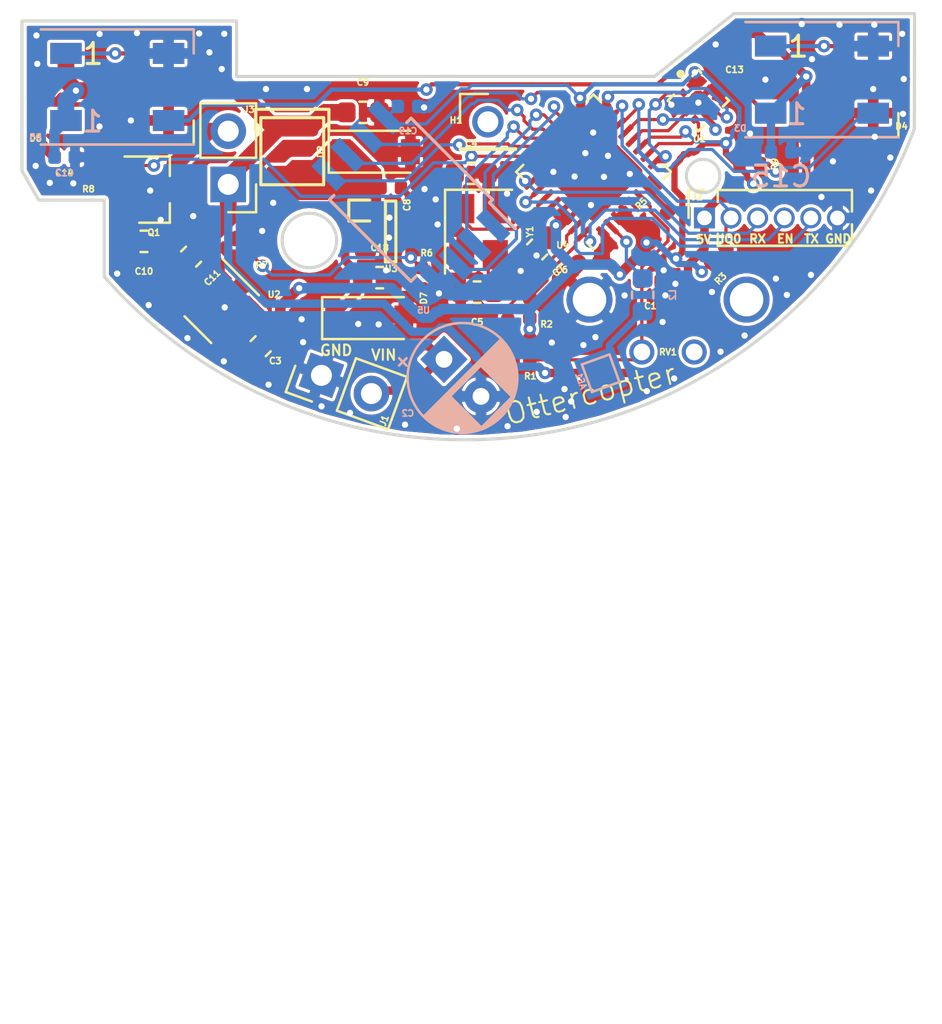
<source format=kicad_pcb>
(kicad_pcb (version 20171130) (host pcbnew 5.0.1-33cea8e~68~ubuntu18.04.1)
  (layers (0 F.Cu signal) (31 B.Cu signal) (34 B.Paste user hide) (35 F.Paste user hide) (36 B.SilkS user hide) (37 F.SilkS user hide) (38 B.Mask user hide) (39 F.Mask user hide) (44 Edge.Cuts user hide))
  (net 0 "")
  (net 1 GNDD)
  (net 2 "Net-(C8-Pad2)")
  (net 3 "Net-(R6-Pad1)")
  (net 4 "Net-(U3-Pad3)")
  (net 5 VPP)
  (net 6 "Net-(C8-Pad1)")
  (net 7 +5V)
  (net 8 "Net-(C4-Pad1)")
  (net 9 "Net-(C5-Pad1)")
  (net 10 WS2812)
  (net 11 +3V3)
  (net 12 PWM)
  (net 13 "Net-(R5-Pad2)")
  (net 14 "Net-(R4-Pad2)")
  (net 15 GPIO0)
  (net 16 ADC)
  (net 17 "Net-(U2-Pad4)")
  (net 18 "Net-(J3-Pad2)")
  (net 19 "Net-(U4-Pad20)")
  (net 20 "Net-(U4-Pad22)")
  (net 21 "Net-(U4-Pad19)")
  (net 22 "Net-(U4-Pad23)")
  (net 23 "Net-(U4-Pad21)")
  (net 24 "Net-(U4-Pad18)")
  (net 25 "Net-(U4-Pad8)")
  (net 26 CLK)
  (net 27 MISO)
  (net 28 MOSI)
  (net 29 CS)
  (net 30 INT)
  (net 31 RXD)
  (net 32 TXD)
  (net 33 "Net-(D3-Pad2)")
  (net 34 "Net-(D4-Pad2)")
  (net 35 "Net-(D5-Pad2)")
  (net 36 "Net-(D6-Pad2)")
  (net 37 "Net-(J2-Pad4)")
  (net 38 "Net-(AE1-Pad1)")
  (net 39 "Net-(U4-Pad5)")
  (net 40 "Net-(L2-Pad2)")
  (module BMP388:PQFN50P200X200X80-10N (layer F.Cu) (at 102.35 108.8 315)
    (fp_text reference U1 (at 1.325825 1.255115) (layer F.SilkS) (effects (font (size 0.3 0.3) (thickness 0.075))))
    (fp_text value BMP388 hide)
    (pad 1 smd rect (at -0.765 -0.25 45) (size 0.3 0.35) (layers F.Cu F.Paste F.Mask) (net 11 +3V3))
    (pad 2 smd rect (at -0.765 0.25 45) (size 0.3 0.35) (layers F.Cu F.Paste F.Mask) (net 26 CLK))
    (pad 3 smd rect (at -0.5 0.765 45) (size 0.38 0.3) (layers F.Cu F.Paste F.Mask) (net 1 GNDD))
    (pad 4 smd rect (at 0 0.765 45) (size 0.38 0.3) (layers F.Cu F.Paste F.Mask) (net 28 MOSI))
    (pad 5 smd rect (at 0.5 0.765 45) (size 0.38 0.3) (layers F.Cu F.Paste F.Mask) (net 27 MISO))
    (pad 6 smd rect (at 0.765 0.25 45) (size 0.3 0.35) (layers F.Cu F.Paste F.Mask) (net 29 CS))
    (pad 7 smd rect (at 0.765 -0.25 45) (size 0.3 0.35) (layers F.Cu F.Paste F.Mask) (net 30 INT))
    (pad 8 smd rect (at 0.5 -0.765 45) (size 0.38 0.3) (layers F.Cu F.Paste F.Mask) (net 1 GNDD))
    (pad 9 smd rect (at 0 -0.765 45) (size 0.38 0.3) (layers F.Cu F.Paste F.Mask) (net 1 GNDD))
    (pad 10 smd rect (at -0.5 -0.765 45) (size 0.38 0.3) (layers F.Cu F.Paste F.Mask) (net 11 +3V3))
  )
  (module Resistor_SMD:R_0402_1005Metric (layer F.Cu) (at 100.45 114.55 45)
    (fp_text reference R5 (at 0 -1.17 45) (layer F.SilkS) (effects (font (size 0.3 0.3) (thickness 0.075))))
    (fp_text value 12k)
    (pad 1 smd roundrect (at -0.485 0 45) (size 0.59 0.64) (layers F.Cu F.Paste F.Mask) (net 11 +3V3))
    (pad 2 smd roundrect (at 0.6 0 45) (size 0.59 0.64) (layers F.Cu F.Paste F.Mask) (net 13 "Net-(R5-Pad2)"))
  )
  (module Capacitor_SMD:C_0402_1005Metric (layer B.Cu) (at 106.3 111.25)
    (fp_text reference C15 (at 0 1.17) (layer B.SilkS) (effects (justify mirror)))
    (fp_text value 10u)
    (pad 1 smd roundrect (at -0.485 0) (size 0.59 0.64) (layers B.Cu B.Paste B.Mask) (net 7 +5V))
    (pad 2 smd roundrect (at 0.485 0) (size 0.59 0.64) (layers B.Cu B.Paste B.Mask) (net 1 GNDD))
  )
  (module Inductor_SMD:L_0603_1608Metric (layer B.Cu) (at 99.68992 118.07444 90)
    (fp_text reference L2 (at 0 1.43 90) (layer B.SilkS) (effects (font (size 0.3 0.3) (thickness 0.075)) (justify mirror)))
    (fp_text value L_Small)
    (pad 1 smd roundrect (at -0.7875 0 90) (size 0.875 0.95) (layers B.Cu B.Paste B.Mask) (net 38 "Net-(AE1-Pad1)"))
    (pad 2 smd roundrect (at 0.7875 0 90) (size 0.875 0.95) (layers B.Cu B.Paste B.Mask) (net 40 "Net-(L2-Pad2)"))
  )
  (module Capacitor_SMD:C_0402_1005Metric (layer B.Cu) (at 88.48344 109.07776)
    (fp_text reference C19 (at 0 1.17) (layer B.SilkS) (effects (font (size 0.3 0.3) (thickness 0.075)) (justify mirror)))
    (fp_text value 0.1µ)
    (pad 1 smd roundrect (at -0.485 0) (size 0.59 0.64) (layers B.Cu B.Paste B.Mask) (net 11 +3V3))
    (pad 2 smd roundrect (at 0.485 0) (size 0.59 0.64) (layers B.Cu B.Paste B.Mask) (net 1 GNDD))
  )
  (module Capacitor_SMD:C_0603_1608Metric (layer F.Cu) (at 78.12532 116.24564 225)
    (fp_text reference C11 (at 0 -1.43 225) (layer F.SilkS) (effects (font (size 0.3 0.3) (thickness 0.075))))
    (fp_text value 0.1µ)
    (pad 2 smd roundrect (at 0.787501 0 225) (size 0.875 0.95) (layers F.Cu F.Paste F.Mask) (net 1 GNDD))
    (pad 1 smd roundrect (at -0.787501 0 225) (size 0.875 0.95) (layers F.Cu F.Paste F.Mask) (net 7 +5V))
  )
  (module Capacitor_SMD:C_0603_1608Metric (layer F.Cu) (at 75.87488 115.5192 180)
    (fp_text reference C10 (at 0 -1.43 180) (layer F.SilkS) (effects (font (size 0.3 0.3) (thickness 0.075))))
    (fp_text value 0.1µ)
    (pad 1 smd roundrect (at -0.7875 0 180) (size 0.875 0.95) (layers F.Cu F.Paste F.Mask) (net 7 +5V))
    (pad 2 smd roundrect (at 0.7875 0 180) (size 0.875 0.95) (layers F.Cu F.Paste F.Mask) (net 1 GNDD))
  )
  (module Crystal:Crystal_SMD_SeikoEpson_FA238-4Pin_3.2x2.5mm (layer F.Cu) (at 91.85148 115.05692 270)
    (fp_text reference Y1 (at 0 -2.45 270) (layer F.SilkS) (effects (font (size 0.3 0.3) (thickness 0.075))))
    (fp_text value Crystal_GND24)
    (pad 1 smd rect (at -1.1 0.8 270) (size 1.4 1.2) (layers F.Cu F.Paste F.Mask) (net 8 "Net-(C4-Pad1)"))
    (pad 2 smd rect (at 1.1 0.8 270) (size 1.4 1.2) (layers F.Cu F.Paste F.Mask) (net 1 GNDD))
    (pad 3 smd rect (at 1.1 -0.8 270) (size 1.4 1.2) (layers F.Cu F.Paste F.Mask) (net 9 "Net-(C5-Pad1)"))
    (pad 4 smd rect (at -1.1 -0.8 270) (size 1.4 1.2) (layers F.Cu F.Paste F.Mask) (net 1 GNDD))
  )
  (module Capacitor_SMD:C_0603_1608Metric (layer F.Cu) (at 87.13216 117.25148)
    (fp_text reference C18 (at 0 -1.43) (layer F.SilkS) (effects (font (size 0.3 0.3) (thickness 0.075))))
    (fp_text value 1u)
    (pad 2 smd roundrect (at 0.7875 0) (size 0.875 0.95) (layers F.Cu F.Paste F.Mask) (net 1 GNDD))
    (pad 1 smd roundrect (at -0.7875 0) (size 0.875 0.95) (layers F.Cu F.Paste F.Mask) (net 5 VPP))
  )
  (module Capacitor_SMD:C_0603_1608Metric (layer F.Cu) (at 91.5035 112.268)
    (fp_text reference C4 (at 0 -1.43) (layer F.SilkS) (effects (font (size 0.3 0.3) (thickness 0.075))))
    (fp_text value 10p)
    (pad 2 smd roundrect (at 0.7875 0) (size 0.875 0.95) (layers F.Cu F.Paste F.Mask) (net 1 GNDD))
    (pad 1 smd roundrect (at -0.7875 0) (size 0.875 0.95) (layers F.Cu F.Paste F.Mask) (net 8 "Net-(C4-Pad1)"))
  )
  (module Capacitor_SMD:C_0603_1608Metric (layer F.Cu) (at 91.78544 117.94236 180)
    (fp_text reference C5 (at 0 -1.43 180) (layer F.SilkS) (effects (font (size 0.3 0.3) (thickness 0.075))))
    (fp_text value 10p)
    (pad 1 smd roundrect (at -0.7875 0 180) (size 0.875 0.95) (layers F.Cu F.Paste F.Mask) (net 9 "Net-(C5-Pad1)"))
    (pad 2 smd roundrect (at 0.7875 0 180) (size 0.875 0.95) (layers F.Cu F.Paste F.Mask) (net 1 GNDD))
  )
  (module Capacitor_SMD:C_0603_1608Metric (layer F.Cu) (at 94.65056 115.90528 225)
    (fp_text reference C7 (at 0 -1.43 225) (layer F.SilkS) (effects (font (size 0.3 0.3) (thickness 0.075))))
    (fp_text value 10u)
    (pad 2 smd roundrect (at 0.787501 0 225) (size 0.875 0.95) (layers F.Cu F.Paste F.Mask) (net 1 GNDD))
    (pad 1 smd roundrect (at -0.787501 0 225) (size 0.875 0.95) (layers F.Cu F.Paste F.Mask) (net 11 +3V3))
  )
  (module Capacitor_SMD:C_0603_1608Metric (layer F.Cu) (at 86.32952 109.36224)
    (fp_text reference C9 (at 0 -1.43) (layer F.SilkS) (effects (font (size 0.3 0.3) (thickness 0.075))))
    (fp_text value 10u)
    (pad 1 smd roundrect (at -0.7875 0) (size 0.875 0.95) (layers F.Cu F.Paste F.Mask) (net 7 +5V))
    (pad 2 smd roundrect (at 0.7875 0) (size 0.875 0.95) (layers F.Cu F.Paste F.Mask) (net 1 GNDD))
  )
  (module TestPoint:TestPoint_Pad_1.0x1.0mm (layer B.Cu) (at 97.68332 121.81332 20)
    (fp_text reference AE1 (at -1.007627 0.017678 -250) (layer B.SilkS) (effects (font (size 0.3 0.3) (thickness 0.075)) (justify mirror)))
    (fp_text value Antenna)
    (pad 1 smd rect (at 0 0 20) (size 2 2) (layers B.Cu B.Mask) (net 38 "Net-(AE1-Pad1)"))
  )
  (module Capacitor_SMD:C_0402_1005Metric (layer F.Cu) (at 100.06076 117.42928 180)
    (fp_text reference C1 (at 0 -1.17 180) (layer F.SilkS) (effects (font (size 0.3 0.3) (thickness 0.075))))
    (fp_text value 10p)
    (pad 1 smd roundrect (at -0.485 0 180) (size 0.59 0.64) (layers F.Cu F.Paste F.Mask) (net 1 GNDD))
    (pad 2 smd roundrect (at 0.485 0 180) (size 0.59 0.64) (layers F.Cu F.Paste F.Mask) (net 16 ADC))
  )
  (module Capacitor_THT:CP_Radial_D5.0mm_P2.50mm (layer B.Cu) (at 90.2 121.15 315)
    (fp_text reference C2 (at 0.601041 3.040559) (layer B.SilkS) (effects (font (size 0.3 0.3) (thickness 0.075)) (justify mirror)))
    (fp_text value 10µ)
    (pad 1 thru_hole rect (at 0 0 315) (size 1.6 1.6) (drill 0.8) (layers *.Cu *.Mask) (net 5 VPP))
    (pad 2 thru_hole circle (at 2.5 0 315) (size 1.6 1.6) (drill 0.8) (layers *.Cu *.Mask) (net 1 GNDD))
  )
  (module Connector_PinHeader_2.54mm:PinHeader_1x01_P2.54mm_Vertical (layer F.Cu) (at 92.29852 109.81436)
    (fp_text reference H1 (at -1.525 -0.075) (layer F.SilkS) (effects (font (size 0.3 0.3) (thickness 0.075))))
    (fp_text value MountingHole)
    (pad 1 thru_hole circle (at 0 0) (size 1.5 1.5) (drill 1) (layers *.Cu *.Mask))
  )
  (module otter:RS20H11AA015 (layer F.Cu) (at 100.9 120.8)
    (fp_text reference RV1 (at 0 0) (layer F.SilkS) (effects (font (size 0.3 0.3) (thickness 0.075))))
    (fp_text value R_POT)
    (pad 1 thru_hole circle (at -3.75 -2.5) (size 2.2 2.2) (drill 1.6) (layers *.Cu *.Mask) (net 1 GNDD))
    (pad 2 thru_hole circle (at -1.25 0) (size 1.2 1.2) (drill 0.8) (layers *.Cu *.Mask) (net 16 ADC))
    (pad L thru_hole circle (at 1.25 0) (size 1.2 1.2) (drill 0.8) (layers *.Cu *.Mask))
    (pad L thru_hole circle (at 3.75 -2.5) (size 2.2 2.2) (drill 1.6) (layers *.Cu *.Mask))
  )
  (module Connector_PinHeader_2.54mm:PinHeader_1x02_P2.54mm_Vertical (layer F.Cu) (at 79.9 112.8 180)
    (fp_text reference J3 (at -1 3.575 180) (layer F.SilkS) (effects (font (size 0.3 0.3) (thickness 0.075))))
    (fp_text value Motor)
    (pad 2 thru_hole oval (at 0 2.54 180) (size 1.7 1.7) (drill 1) (layers *.Cu *.Mask) (net 18 "Net-(J3-Pad2)"))
    (pad 1 thru_hole rect (at 0 0 180) (size 1.7 1.7) (drill 1) (layers *.Cu *.Mask) (net 7 +5V))
  )
  (module Connector_PinHeader_2.54mm:PinHeader_1x02_P2.54mm_Vertical (layer F.Cu) (at 84.349101 121.914869 70)
    (fp_text reference J1 (at -1 3.55 70) (layer F.SilkS) (effects (font (size 0.3 0.3) (thickness 0.075))))
    (fp_text value IN)
    (pad 1 thru_hole rect (at 0 0 70) (size 1.7 1.7) (drill 1) (layers *.Cu *.Mask) (net 1 GNDD))
    (pad 2 thru_hole oval (at 0 2.54 70) (size 1.7 1.7) (drill 1) (layers *.Cu *.Mask) (net 5 VPP))
  )
  (module Diode_SMD:D_SOD-123 (layer F.Cu) (at 86.63432 119.18188)
    (fp_text reference D7 (at 2.6 -0.95 -270) (layer F.SilkS) (effects (font (size 0.3 0.3) (thickness 0.075))))
    (fp_text value D_Small)
    (pad 1 smd rect (at -1.65 0) (size 0.9 1.2) (layers F.Cu F.Paste F.Mask) (net 5 VPP))
    (pad 2 smd rect (at 1.65 0) (size 0.9 1.2) (layers F.Cu F.Paste F.Mask) (net 1 GNDD))
  )
  (module Diode_SMD:D_SOD-123 (layer F.Cu) (at 86.94928 111.24184)
    (fp_text reference D2 (at -2.625 0 90) (layer F.SilkS) (effects (font (size 0.3 0.3) (thickness 0.075))))
    (fp_text value D_Small)
    (pad 2 smd rect (at 1.65 0) (size 0.9 1.2) (layers F.Cu F.Paste F.Mask) (net 1 GNDD))
    (pad 1 smd rect (at -1.65 0) (size 0.9 1.2) (layers F.Cu F.Paste F.Mask) (net 6 "Net-(C8-Pad1)"))
  )
  (module Capacitor_SMD:C_0402_1005Metric (layer F.Cu) (at 72.1 111.5)
    (fp_text reference C14 (at -0.025 0.75) (layer F.SilkS) (effects (font (size 0.3 0.3) (thickness 0.075))))
    (fp_text value 0.1µ)
    (pad 1 smd roundrect (at -0.485 0) (size 0.59 0.64) (layers F.Cu F.Paste F.Mask) (net 7 +5V))
    (pad 2 smd roundrect (at 0.485 0) (size 0.59 0.64) (layers F.Cu F.Paste F.Mask) (net 1 GNDD))
  )
  (module Capacitor_SMD:C_0402_1005Metric (layer B.Cu) (at 72.085 111.5)
    (fp_text reference C12 (at 0 0.75) (layer B.SilkS) (effects (font (size 0.3 0.3) (thickness 0.075)) (justify mirror)))
    (fp_text value 0.1µ)
    (pad 2 smd roundrect (at 0.485 0) (size 0.59 0.64) (layers B.Cu B.Paste B.Mask) (net 1 GNDD))
    (pad 1 smd roundrect (at -0.485 0) (size 0.59 0.64) (layers B.Cu B.Paste B.Mask) (net 7 +5V))
  )
  (module Capacitor_SMD:C_0402_1005Metric (layer F.Cu) (at 87.66048 112.95888)
    (fp_text reference C8 (at 0.775 0.825 -270) (layer F.SilkS) (effects (font (size 0.3 0.3) (thickness 0.075))))
    (fp_text value 22n)
    (pad 2 smd roundrect (at 0.485 0) (size 0.59 0.64) (layers F.Cu F.Paste F.Mask) (net 2 "Net-(C8-Pad2)"))
    (pad 1 smd roundrect (at -0.485 0) (size 0.59 0.64) (layers F.Cu F.Paste F.Mask) (net 6 "Net-(C8-Pad1)"))
  )
  (module Capacitor_SMD:C_0402_1005Metric (layer F.Cu) (at 97.1 116.55 180)
    (fp_text reference C6 (at 1.275 -0.325 180) (layer F.SilkS) (effects (font (size 0.3 0.3) (thickness 0.075))))
    (fp_text value 0.1µ)
    (pad 2 smd roundrect (at 0.485 0 180) (size 0.59 0.64) (layers F.Cu F.Paste F.Mask) (net 1 GNDD))
    (pad 1 smd roundrect (at -0.485 0 180) (size 0.59 0.64) (layers F.Cu F.Paste F.Mask) (net 11 +3V3))
  )
  (module Capacitor_SMD:C_0402_1005Metric (layer F.Cu) (at 104.1 106.1 270)
    (fp_text reference C13 (at 1.225 0.025) (layer F.SilkS) (effects (font (size 0.3 0.3) (thickness 0.075))))
    (fp_text value 0.1µ)
    (pad 1 smd roundrect (at -0.485 0 270) (size 0.59 0.64) (layers F.Cu F.Paste F.Mask) (net 7 +5V))
    (pad 2 smd roundrect (at 0.485 0 270) (size 0.59 0.64) (layers F.Cu F.Paste F.Mask) (net 1 GNDD))
  )
  (module Capacitor_SMD:C_0603_1608Metric (layer F.Cu) (at 81.44764 120.522999 225)
    (fp_text reference C3 (at 0 -0.989949) (layer F.SilkS) (effects (font (size 0.3 0.3) (thickness 0.075))))
    (fp_text value 0.1µ)
    (pad 1 smd roundrect (at -0.787501 0 225) (size 0.875 0.95) (layers F.Cu F.Paste F.Mask) (net 11 +3V3))
    (pad 2 smd roundrect (at 0.787501 0 225) (size 0.875 0.95) (layers F.Cu F.Paste F.Mask) (net 1 GNDD))
  )
  (module Connector_PinSocket_1.27mm:PinSocket_1x06_P1.27mm_Vertical (layer F.Cu) (at 102.64 114.4 90)
    (fp_text reference J2 (at 1 -0.34 180) (layer F.SilkS) (effects (font (size 0.3 0.3) (thickness 0.075))))
    (fp_text value Conn_01x06)
    (pad 1 thru_hole rect (at 0 0 90) (size 1 1) (drill 0.7) (layers *.Cu *.Mask) (net 7 +5V))
    (pad 2 thru_hole oval (at 0 1.27 90) (size 1 1) (drill 0.7) (layers *.Cu *.Mask) (net 15 GPIO0))
    (pad 3 thru_hole oval (at 0 2.54 90) (size 1 1) (drill 0.7) (layers *.Cu *.Mask) (net 31 RXD))
    (pad 4 thru_hole oval (at 0 3.81 90) (size 1 1) (drill 0.7) (layers *.Cu *.Mask) (net 37 "Net-(J2-Pad4)"))
    (pad 5 thru_hole oval (at 0 5.08 90) (size 1 1) (drill 0.7) (layers *.Cu *.Mask) (net 32 TXD))
    (pad 6 thru_hole oval (at 0 6.35 90) (size 1 1) (drill 0.7) (layers *.Cu *.Mask) (net 1 GNDD))
  )
  (module LED_SMD:LED_WS2812B_PLCC4_5.0x5.0mm_P3.2mm (layer F.Cu) (at 74.6 108.14993)
    (fp_text reference D6 (at -3.9 2.45007) (layer F.SilkS) (effects (font (size 0.3 0.3) (thickness 0.075))))
    (fp_text value WS2812B)
    (fp_text user 1 (at -1.15 -1.57493) (layer F.SilkS))
    (pad 3 smd rect (at 2.45 1.6) (size 1.5 1) (layers F.Cu F.Paste F.Mask) (net 1 GNDD))
    (pad 4 smd rect (at 2.45 -1.6) (size 1.5 1) (layers F.Cu F.Paste F.Mask) (net 35 "Net-(D5-Pad2)"))
    (pad 2 smd rect (at -2.45 1.6) (size 1.5 1) (layers F.Cu F.Paste F.Mask) (net 36 "Net-(D6-Pad2)"))
    (pad 1 smd rect (at -2.45 -1.6) (size 1.5 1) (layers F.Cu F.Paste F.Mask) (net 7 +5V))
  )
  (module LED_SMD:LED_WS2812B_PLCC4_5.0x5.0mm_P3.2mm (layer B.Cu) (at 74.6 108.14993)
    (fp_text reference D5 (at -3.9 2.40007) (layer B.SilkS) (effects (font (size 0.3 0.3) (thickness 0.075)) (justify mirror)))
    (fp_text value WS2812B)
    (fp_text user 1 (at -1.175 1.65007) (layer B.SilkS) (effects (justify mirror)))
    (pad 1 smd rect (at -2.45 1.6) (size 1.5 1) (layers B.Cu B.Paste B.Mask) (net 7 +5V))
    (pad 2 smd rect (at -2.45 -1.6) (size 1.5 1) (layers B.Cu B.Paste B.Mask) (net 35 "Net-(D5-Pad2)"))
    (pad 4 smd rect (at 2.45 1.6) (size 1.5 1) (layers B.Cu B.Paste B.Mask) (net 34 "Net-(D4-Pad2)"))
    (pad 3 smd rect (at 2.45 -1.6) (size 1.5 1) (layers B.Cu B.Paste B.Mask) (net 1 GNDD))
  )
  (module LED_SMD:LED_WS2812B_PLCC4_5.0x5.0mm_P3.2mm (layer F.Cu) (at 108.25 107.8)
    (fp_text reference D4 (at 3.8 2.225) (layer F.SilkS) (effects (font (size 0.3 0.3) (thickness 0.075))))
    (fp_text value WS2812B)
    (fp_text user 1 (at -1.125 -1.575) (layer F.SilkS))
    (pad 3 smd rect (at 2.45 1.6) (size 1.5 1) (layers F.Cu F.Paste F.Mask) (net 1 GNDD))
    (pad 4 smd rect (at 2.45 -1.6) (size 1.5 1) (layers F.Cu F.Paste F.Mask) (net 33 "Net-(D3-Pad2)"))
    (pad 2 smd rect (at -2.45 1.6) (size 1.5 1) (layers F.Cu F.Paste F.Mask) (net 34 "Net-(D4-Pad2)"))
    (pad 1 smd rect (at -2.45 -1.6) (size 1.5 1) (layers F.Cu F.Paste F.Mask) (net 7 +5V))
  )
  (module LED_SMD:LED_WS2812B_PLCC4_5.0x5.0mm_P3.2mm (layer B.Cu) (at 108.25 107.8)
    (fp_text reference D3 (at -3.9 2.325) (layer B.SilkS) (effects (font (size 0.3 0.3) (thickness 0.075)) (justify mirror)))
    (fp_text value WS2812B)
    (fp_text user 1 (at -1.2 1.65) (layer B.SilkS) (effects (justify mirror)))
    (pad 1 smd rect (at -2.45 1.6) (size 1.5 1) (layers B.Cu B.Paste B.Mask) (net 7 +5V))
    (pad 2 smd rect (at -2.45 -1.6) (size 1.5 1) (layers B.Cu B.Paste B.Mask) (net 33 "Net-(D3-Pad2)"))
    (pad 4 smd rect (at 2.45 1.6) (size 1.5 1) (layers B.Cu B.Paste B.Mask) (net 10 WS2812))
    (pad 3 smd rect (at 2.45 -1.6) (size 1.5 1) (layers B.Cu B.Paste B.Mask) (net 1 GNDD))
  )
  (module Package_DFN_QFN:QFN-32-1EP_5x5mm_P0.5mm_EP3.45x3.45mm (layer F.Cu) (at 97.342462 112.203984 135)
    (fp_text reference U4 (at -1.434404 -3.509709 180) (layer F.SilkS) (effects (font (size 0.3 0.3) (thickness 0.075))))
    (fp_text value ESP8266EX)
    (pad 33 smd roundrect (at 0 0 135) (size 3.45 3.45) (layers F.Cu F.Mask) (roundrect_rratio 0.072464) (net 1 GNDD))
    (pad 1 smd roundrect (at -2.4375 -1.75 135) (size 0.875 0.25) (layers F.Cu F.Paste F.Mask) (net 11 +3V3))
    (pad 2 smd roundrect (at -2.4375 -1.25 135) (size 0.875 0.25) (layers F.Cu F.Paste F.Mask) (net 40 "Net-(L2-Pad2)"))
    (pad 3 smd roundrect (at -2.4375 -0.75 135) (size 0.875 0.25) (layers F.Cu F.Paste F.Mask) (net 11 +3V3))
    (pad 4 smd roundrect (at -2.4375 -0.25 135) (size 0.875 0.25) (layers F.Cu F.Paste F.Mask) (net 11 +3V3))
    (pad 5 smd roundrect (at -2.4375 0.25 135) (size 0.875 0.25) (layers F.Cu F.Paste F.Mask) (net 39 "Net-(U4-Pad5)"))
    (pad 6 smd roundrect (at -2.4375 0.75 135) (size 0.875 0.25) (layers F.Cu F.Paste F.Mask) (net 16 ADC))
    (pad 7 smd roundrect (at -2.4375 1.25 135) (size 0.875 0.25) (layers F.Cu F.Paste F.Mask) (net 13 "Net-(R5-Pad2)"))
    (pad 8 smd roundrect (at -2.4375 1.75 135) (size 0.875 0.25) (layers F.Cu F.Paste F.Mask) (net 25 "Net-(U4-Pad8)"))
    (pad 9 smd roundrect (at -1.75 2.4375 135) (size 0.25 0.875) (layers F.Cu F.Paste F.Mask) (net 26 CLK))
    (pad 10 smd roundrect (at -1.25 2.4375 135) (size 0.25 0.875) (layers F.Cu F.Paste F.Mask) (net 27 MISO))
    (pad 11 smd roundrect (at -0.75 2.4375 135) (size 0.25 0.875) (layers F.Cu F.Paste F.Mask) (net 11 +3V3))
    (pad 12 smd roundrect (at -0.25 2.4375 135) (size 0.25 0.875) (layers F.Cu F.Paste F.Mask) (net 28 MOSI))
    (pad 13 smd roundrect (at 0.25 2.4375 135) (size 0.25 0.875) (layers F.Cu F.Paste F.Mask) (net 29 CS))
    (pad 14 smd roundrect (at 0.75 2.4375 135) (size 0.25 0.875) (layers F.Cu F.Paste F.Mask) (net 10 WS2812))
    (pad 15 smd roundrect (at 1.25 2.4375 135) (size 0.25 0.875) (layers F.Cu F.Paste F.Mask) (net 15 GPIO0))
    (pad 16 smd roundrect (at 1.75 2.4375 135) (size 0.25 0.875) (layers F.Cu F.Paste F.Mask) (net 30 INT))
    (pad 17 smd roundrect (at 2.4375 1.75 135) (size 0.875 0.25) (layers F.Cu F.Paste F.Mask) (net 11 +3V3))
    (pad 18 smd roundrect (at 2.4375 1.25 135) (size 0.875 0.25) (layers F.Cu F.Paste F.Mask) (net 24 "Net-(U4-Pad18)"))
    (pad 19 smd roundrect (at 2.4375 0.75 135) (size 0.875 0.25) (layers F.Cu F.Paste F.Mask) (net 21 "Net-(U4-Pad19)"))
    (pad 20 smd roundrect (at 2.4375 0.25 135) (size 0.875 0.25) (layers F.Cu F.Paste F.Mask) (net 19 "Net-(U4-Pad20)"))
    (pad 21 smd roundrect (at 2.4375 -0.25 135) (size 0.875 0.25) (layers F.Cu F.Paste F.Mask) (net 23 "Net-(U4-Pad21)"))
    (pad 22 smd roundrect (at 2.4375 -0.75 135) (size 0.875 0.25) (layers F.Cu F.Paste F.Mask) (net 20 "Net-(U4-Pad22)"))
    (pad 23 smd roundrect (at 2.4375 -1.25 135) (size 0.875 0.25) (layers F.Cu F.Paste F.Mask) (net 22 "Net-(U4-Pad23)"))
    (pad 24 smd roundrect (at 2.4375 -1.75 135) (size 0.875 0.25) (layers F.Cu F.Paste F.Mask) (net 12 PWM))
    (pad 25 smd roundrect (at 1.75 -2.4375 135) (size 0.25 0.875) (layers F.Cu F.Paste F.Mask) (net 31 RXD))
    (pad 26 smd roundrect (at 1.25 -2.4375 135) (size 0.25 0.875) (layers F.Cu F.Paste F.Mask) (net 32 TXD))
    (pad 27 smd roundrect (at 0.75 -2.4375 135) (size 0.25 0.875) (layers F.Cu F.Paste F.Mask) (net 8 "Net-(C4-Pad1)"))
    (pad 28 smd roundrect (at 0.25 -2.4375 135) (size 0.25 0.875) (layers F.Cu F.Paste F.Mask) (net 9 "Net-(C5-Pad1)"))
    (pad 29 smd roundrect (at -0.25 -2.4375 135) (size 0.25 0.875) (layers F.Cu F.Paste F.Mask) (net 11 +3V3))
    (pad 30 smd roundrect (at -0.75 -2.4375 135) (size 0.25 0.875) (layers F.Cu F.Paste F.Mask) (net 11 +3V3))
    (pad 31 smd roundrect (at -1.25 -2.4375 135) (size 0.25 0.875) (layers F.Cu F.Paste F.Mask) (net 14 "Net-(R4-Pad2)"))
    (pad 32 smd roundrect (at -1.75 -2.4375 135) (size 0.25 0.875) (layers F.Cu F.Paste F.Mask) (net 37 "Net-(J2-Pad4)"))
  )
  (module Package_SO:SOIJ-8_5.3x5.3mm_P1.27mm (layer B.Cu) (at 88.62568 113.53292 135)
    (fp_text reference U5 (at -4.154252 -3.305724 180) (layer B.SilkS) (effects (font (size 0.3 0.3) (thickness 0.075)) (justify mirror)))
    (fp_text value 25LCxxx)
    (pad 1 smd rect (at -3.65 1.905 135) (size 1.7 0.65) (layers B.Cu B.Paste B.Mask) (net 19 "Net-(U4-Pad20)"))
    (pad 2 smd rect (at -3.65 0.635 135) (size 1.7 0.65) (layers B.Cu B.Paste B.Mask) (net 20 "Net-(U4-Pad22)"))
    (pad 3 smd rect (at -3.65 -0.635 135) (size 1.7 0.65) (layers B.Cu B.Paste B.Mask) (net 21 "Net-(U4-Pad19)"))
    (pad 4 smd rect (at -3.65 -1.905 135) (size 1.7 0.65) (layers B.Cu B.Paste B.Mask) (net 1 GNDD))
    (pad 5 smd rect (at 3.65 -1.905 135) (size 1.7 0.65) (layers B.Cu B.Paste B.Mask) (net 22 "Net-(U4-Pad23)"))
    (pad 6 smd rect (at 3.65 -0.635 135) (size 1.7 0.65) (layers B.Cu B.Paste B.Mask) (net 23 "Net-(U4-Pad21)"))
    (pad 7 smd rect (at 3.65 0.635 135) (size 1.7 0.65) (layers B.Cu B.Paste B.Mask) (net 24 "Net-(U4-Pad18)"))
    (pad 8 smd rect (at 3.65 1.905 135) (size 1.7 0.65) (layers B.Cu B.Paste B.Mask) (net 11 +3V3))
  )
  (module Package_TO_SOT_SMD:SOT-23 (layer F.Cu) (at 76.35 113.05)
    (fp_text reference Q1 (at 0 2.05) (layer F.SilkS) (effects (font (size 0.3 0.3) (thickness 0.075))))
    (fp_text value 2N7002)
    (pad 1 smd rect (at -1 -0.95) (size 0.9 0.8) (layers F.Cu F.Paste F.Mask) (net 12 PWM))
    (pad 2 smd rect (at -1 0.95) (size 0.9 0.8) (layers F.Cu F.Paste F.Mask) (net 1 GNDD))
    (pad 3 smd rect (at 1 0) (size 0.9 0.8) (layers F.Cu F.Paste F.Mask) (net 18 "Net-(J3-Pad2)"))
  )
  (module Package_TO_SOT_SMD:SOT-23-5 (layer F.Cu) (at 79.588631 118.596014 315)
    (fp_text reference U2 (at 1.382843 -2.152082) (layer F.SilkS) (effects (font (size 0.3 0.3) (thickness 0.075))))
    (fp_text value MIC5504-3.3YM5)
    (pad 1 smd rect (at -1.1 -0.95 315) (size 1.06 0.65) (layers F.Cu F.Paste F.Mask) (net 7 +5V))
    (pad 2 smd rect (at -1.099999 0 315) (size 1.06 0.65) (layers F.Cu F.Paste F.Mask) (net 1 GNDD))
    (pad 3 smd rect (at -1.1 0.95 315) (size 1.06 0.65) (layers F.Cu F.Paste F.Mask) (net 7 +5V))
    (pad 4 smd rect (at 1.1 0.95 315) (size 1.06 0.65) (layers F.Cu F.Paste F.Mask) (net 17 "Net-(U2-Pad4)"))
    (pad 5 smd rect (at 1.1 -0.95 315) (size 1.06 0.65) (layers F.Cu F.Paste F.Mask) (net 11 +3V3))
  )
  (module Resistor_SMD:R_0402_1005Metric (layer F.Cu) (at 94.3 120.7 270)
    (fp_text reference R1 (at 1.25 -0.025) (layer F.SilkS) (effects (font (size 0.3 0.3) (thickness 0.075))))
    (fp_text value 12k)
    (pad 1 smd roundrect (at -0.485 0 270) (size 0.59 0.64) (layers F.Cu F.Paste F.Mask) (net 11 +3V3))
    (pad 2 smd roundrect (at 0.485 0 270) (size 0.59 0.64) (layers F.Cu F.Paste F.Mask) (net 16 ADC))
  )
  (module Resistor_SMD:R_0402_1005Metric (layer F.Cu) (at 94.3 118.7 90)
    (fp_text reference R2 (at -0.775 0.8 180) (layer F.SilkS) (effects (font (size 0.3 0.3) (thickness 0.075))))
    (fp_text value 12k)
    (pad 2 smd roundrect (at 0.485 0 90) (size 0.59 0.64) (layers F.Cu F.Paste F.Mask) (net 37 "Net-(J2-Pad4)"))
    (pad 1 smd roundrect (at -0.485 0 90) (size 0.59 0.64) (layers F.Cu F.Paste F.Mask) (net 11 +3V3))
  )
  (module Resistor_SMD:R_0402_1005Metric (layer F.Cu) (at 103.325 116.225 45)
    (fp_text reference R3 (at -0.7 0.825 45) (layer F.SilkS) (effects (font (size 0.3 0.3) (thickness 0.075))))
    (fp_text value 12k)
    (pad 1 smd roundrect (at -0.485 0 45) (size 0.59 0.64) (layers F.Cu F.Paste F.Mask) (net 11 +3V3))
    (pad 2 smd roundrect (at 0.485 0 45) (size 0.59 0.64) (layers F.Cu F.Paste F.Mask) (net 15 GPIO0))
  )
  (module Resistor_SMD:R_0402_1005Metric (layer F.Cu) (at 93.25 119.765 90)
    (fp_text reference R4 (at -1.235 -0.25 180) (layer F.SilkS) (effects (font (size 0.3 0.3) (thickness 0.075))))
    (fp_text value 12k)
    (pad 2 smd roundrect (at 0.485 0 90) (size 0.59 0.64) (layers F.Cu F.Paste F.Mask) (net 14 "Net-(R4-Pad2)"))
    (pad 1 smd roundrect (at -0.485 0 90) (size 0.59 0.64) (layers F.Cu F.Paste F.Mask) (net 1 GNDD))
  )
  (module Resistor_SMD:R_0402_1005Metric (layer F.Cu) (at 89.125 117.275 270)
    (fp_text reference R6 (at -1.2 -0.25) (layer F.SilkS) (effects (font (size 0.3 0.3) (thickness 0.075))))
    (fp_text value 12k)
    (pad 2 smd roundrect (at 0.485 0 270) (size 0.59 0.64) (layers F.Cu F.Paste F.Mask) (net 1 GNDD))
    (pad 1 smd roundrect (at -0.485 0 270) (size 0.59 0.64) (layers F.Cu F.Paste F.Mask) (net 3 "Net-(R6-Pad1)"))
  )
  (module Resistor_SMD:R_0402_1005Metric (layer F.Cu) (at 80.55356 115.72748 315)
    (fp_text reference R7 (at 1.325825 -0.017678) (layer F.SilkS) (effects (font (size 0.3 0.3) (thickness 0.075))))
    (fp_text value 51k)
    (pad 1 smd roundrect (at -0.485 0 315) (size 0.59 0.64) (layers F.Cu F.Paste F.Mask) (net 7 +5V))
    (pad 2 smd roundrect (at 0.485 0 315) (size 0.59 0.64) (layers F.Cu F.Paste F.Mask) (net 3 "Net-(R6-Pad1)"))
  )
  (module Resistor_SMD:R_0402_1005Metric (layer F.Cu) (at 74.05 112.25 270)
    (fp_text reference R8 (at 0.775 0.825) (layer F.SilkS) (effects (font (size 0.3 0.3) (thickness 0.075))))
    (fp_text value 12k)
    (pad 2 smd roundrect (at 0.485 0 270) (size 0.59 0.64) (layers F.Cu F.Paste F.Mask) (net 1 GNDD))
    (pad 1 smd roundrect (at -0.485 0 270) (size 0.59 0.64) (layers F.Cu F.Paste F.Mask) (net 12 PWM))
  )
  (module Resistor_SMD:R_0402_1005Metric (layer F.Cu) (at 104.8004 111.8108 180)
    (fp_text reference R9 (at -1.2 -0.025 90) (layer F.SilkS) (effects (font (size 0.3 0.3) (thickness 0.075))))
    (fp_text value 12k)
    (pad 1 smd roundrect (at -0.485 0 180) (size 0.59 0.64) (layers F.Cu F.Paste F.Mask) (net 10 WS2812))
    (pad 2 smd roundrect (at 0.485 0 180) (size 0.59 0.64) (layers F.Cu F.Paste F.Mask) (net 11 +3V3))
  )
  (module stmbl:SMD_INDUCTOR_32x25 (layer F.Cu) (at 82.9564 111.21644 270)
    (fp_text reference L1 hide)
    (fp_text value L)
    (pad 2 smd roundrect (at 1.2 0) (size 2.5 1) (layers F.Cu F.Paste F.Mask) (net 6 "Net-(C8-Pad1)"))
    (pad 1 smd roundrect (at -1.2 0) (size 2.5 1) (layers F.Cu F.Paste F.Mask) (net 7 +5V))
  )
  (module stmbl:SOT-23-6 (layer F.Cu) (at 87.6554 115.04676)
    (fp_text reference U3 (at 0.025 1.775) (layer F.SilkS) (effects (font (size 0.3 0.3) (thickness 0.075))))
    (fp_text value ACT4088)
    (pad 5 smd roundrect (at 1.2 0) (size 1 0.475) (layers F.Cu F.Paste F.Mask) (net 1 GNDD))
    (pad 6 smd roundrect (at 1.2 -0.95) (size 1 0.475) (layers F.Cu F.Paste F.Mask) (net 2 "Net-(C8-Pad2)"))
    (pad 4 smd roundrect (at 1.2 0.95) (size 1 0.475) (layers F.Cu F.Paste F.Mask) (net 3 "Net-(R6-Pad1)"))
    (pad 3 smd roundrect (at -1.2 0.95) (size 1 0.475) (layers F.Cu F.Paste F.Mask) (net 4 "Net-(U3-Pad3)"))
    (pad 2 smd roundrect (at -1.2 0) (size 1 0.475) (layers F.Cu F.Paste F.Mask) (net 5 VPP))
    (pad 1 smd roundrect (at -1.2 -0.95) (size 1 0.475) (layers F.Cu F.Paste F.Mask) (net 6 "Net-(C8-Pad1)"))
  )
  (gr_line (start 73.975 113.55) (end 72.575 113.55) (layer Edge.Cuts) (width 0.15))
  (gr_line (start 73.975 117.2) (end 73.975 113.55) (layer Edge.Cuts) (width 0.15))
  (gr_text GND (at 85.05444 120.72112) (layer F.SilkS) (effects (font (size 0.5 0.5) (thickness 0.1))))
  (gr_text VIN (at 87.33028 120.94464) (layer F.SilkS) (effects (font (size 0.5 0.5) (thickness 0.1))))
  (gr_text GND (at 109.025 115.4) (layer F.SilkS) (effects (font (size 0.4 0.4) (thickness 0.1))))
  (gr_text TX (at 107.75 115.4) (layer F.SilkS) (effects (font (size 0.4 0.4) (thickness 0.1))))
  (gr_text EN (at 106.5 115.4) (layer F.SilkS) (effects (font (size 0.4 0.4) (thickness 0.1))))
  (gr_text RX (at 105.175 115.4) (layer F.SilkS) (effects (font (size 0.4 0.4) (thickness 0.1))))
  (gr_text IO0 (at 103.9 115.4) (layer F.SilkS) (effects (font (size 0.4 0.4) (thickness 0.1))))
  (gr_text 5V (at 102.6 115.425) (layer F.SilkS) (effects (font (size 0.4 0.4) (thickness 0.1))))
  (gr_text Ottercopter (at 97.2 122.8 14) (layer F.SilkS) (effects (font (size 1 1) (thickness 0.1))))
  (gr_arc (start 91.2 102.05) (end 73.975 117.2) (angle -117.9795589) (layer Edge.Cuts) (width 0.15))
  (gr_line (start 112.675 104.65) (end 112.663015 110.154914) (layer Edge.Cuts) (width 0.15))
  (gr_line (start 104.05 104.65) (end 112.675 104.65) (layer Edge.Cuts) (width 0.15))
  (gr_line (start 100.25 107.65) (end 104.05 104.65) (layer Edge.Cuts) (width 0.15))
  (gr_line (start 80.3 107.65) (end 100.25 107.65) (layer Edge.Cuts) (width 0.15))
  (gr_line (start 80.3 105) (end 80.3 107.65) (layer Edge.Cuts) (width 0.15))
  (gr_line (start 70.05 105) (end 80.3 105) (layer Edge.Cuts) (width 0.15))
  (gr_line (start 70.05 112.15) (end 70.05 105) (layer Edge.Cuts) (width 0.15))
  (gr_line (start 70.85 113.55) (end 70.05 112.15) (layer Edge.Cuts) (width 0.15))
  (gr_line (start 72.575 113.55) (end 70.85 113.55) (layer Edge.Cuts) (width 0.15))
  (gr_circle (center 102.575 112.4) (end 103.375 112.4) (layer Edge.Cuts) (width 0.15))
  (gr_circle (center 83.775 115.475) (end 85.075 115.475) (layer Edge.Cuts) (width 0.15))
  (via (at 89.96172 118.00332) (size 0.6) (drill 0.3) (layers F.Cu B.Cu) (net 1))
  (via (at 97.22104 113.78692) (size 0.6) (drill 0.3) (layers F.Cu B.Cu) (net 1))
  (via (at 98.03384 111.43488) (size 0.6) (drill 0.3) (layers F.Cu B.Cu) (net 1))
  (via (at 97.8408 112.44072) (size 0.6) (drill 0.3) (layers F.Cu B.Cu) (net 1))
  (via (at 96.9518 111.30788) (size 0.6) (drill 0.3) (layers F.Cu B.Cu) (net 1))
  (via (at 96.43872 112.42548) (size 0.6) (drill 0.3) (layers F.Cu B.Cu) (net 1))
  (via (at 99.075 112.3) (size 0.6) (drill 0.3) (layers F.Cu B.Cu) (net 1))
  (via (at 95.425 112.2) (size 0.6) (drill 0.3) (layers F.Cu B.Cu) (net 1))
  (via (at 97.325 110.325) (size 0.6) (drill 0.3) (layers F.Cu B.Cu) (net 1))
  (via (at 72.5 112.75) (size 0.6) (drill 0.3) (layers F.Cu B.Cu) (net 1))
  (via (at 75.25 109.75) (size 0.6) (drill 0.3) (layers F.Cu B.Cu) (net 1))
  (via (at 79 106.5) (size 0.6) (drill 0.3) (layers F.Cu B.Cu) (net 1))
  (via (at 81.7 108.25) (size 0.6) (drill 0.3) (layers F.Cu B.Cu) (net 1))
  (segment (start 96.615 116.55) (end 95.8 117.365) (width 0.8) (layer F.Cu) (net 1))
  (via (at 105.55 107.8) (size 0.6) (drill 0.3) (layers F.Cu B.Cu) (net 1))
  (segment (start 104.335 106.585) (end 105.55 107.8) (width 0.3) (layer F.Cu) (net 1))
  (segment (start 104.1 106.585) (end 104.335 106.585) (width 0.3) (layer F.Cu) (net 1))
  (segment (start 103.9 108.6) (end 104.4 109.1) (width 0.2) (layer F.Cu) (net 1))
  (segment (start 102.890937 108.259063) (end 103.231874 108.6) (width 0.2) (layer F.Cu) (net 1))
  (via (at 95.35 120.35) (size 0.6) (drill 0.3) (layers F.Cu B.Cu) (net 1))
  (via (at 108.225 113.4) (size 0.6) (drill 0.3) (layers F.Cu B.Cu) (net 1))
  (via (at 102.35 108.9) (size 0.6) (drill 0.3) (layers F.Cu B.Cu) (net 1))
  (via (at 107.775 106.825) (size 0.6) (drill 0.3) (layers F.Cu B.Cu) (net 1))
  (segment (start 102.35 108.8) (end 102.890937 108.259063) (width 0.154) (layer F.Cu) (net 1))
  (segment (start 102.35 108.9) (end 102.35 108.8) (width 0.154) (layer F.Cu) (net 1))
  (via (at 110.775 110.525) (size 0.6) (drill 0.3) (layers F.Cu B.Cu) (net 1))
  (via (at 110.7 108.25) (size 0.6) (drill 0.3) (layers F.Cu B.Cu) (net 1))
  (via (at 108.775 111.7) (size 0.6) (drill 0.3) (layers F.Cu B.Cu) (net 1))
  (via (at 106.049999 117.299999) (size 0.6) (drill 0.3) (layers F.Cu B.Cu) (net 1))
  (via (at 106.575 118.075) (size 0.6) (drill 0.3) (layers F.Cu B.Cu) (net 1))
  (via (at 89.89568 114.71148) (size 0.6) (drill 0.3) (layers F.Cu B.Cu) (net 1))
  (segment (start 88.2554 115.04676) (end 88.25032 115.05184) (width 0.5) (layer F.Cu) (net 1))
  (segment (start 88.8554 115.04676) (end 88.2554 115.04676) (width 0.5) (layer F.Cu) (net 1))
  (segment (start 89.4554 115.04676) (end 89.72972 114.77244) (width 0.5) (layer F.Cu) (net 1))
  (segment (start 88.8554 115.04676) (end 89.4554 115.04676) (width 0.5) (layer F.Cu) (net 1))
  (segment (start 89.72972 114.77244) (end 89.78392 114.77244) (width 0.5) (layer F.Cu) (net 1))
  (via (at 89.25052 109.12856) (size 0.6) (drill 0.3) (layers F.Cu B.Cu) (net 1))
  (via (at 94.63024 123.65736) (size 0.6) (drill 0.3) (layers F.Cu B.Cu) (net 1))
  (via (at 74.59472 117.05844) (size 0.6) (drill 0.3) (layers F.Cu B.Cu) (net 1))
  (via (at 76.0984 118.56212) (size 0.6) (drill 0.3) (layers F.Cu B.Cu) (net 1))
  (via (at 77.9526 120.13692) (size 0.6) (drill 0.3) (layers F.Cu B.Cu) (net 1))
  (via (at 96.27616 123.15952) (size 0.6) (drill 0.3) (layers F.Cu B.Cu) (net 1))
  (via (at 98.82632 118.09984) (size 0.6) (drill 0.3) (layers F.Cu B.Cu) (net 1))
  (via (at 100.77196 118.09984) (size 0.6) (drill 0.3) (layers F.Cu B.Cu) (net 1))
  (via (at 99.88804 122.66676) (size 0.6) (drill 0.3) (layers F.Cu B.Cu) (net 1))
  (via (at 101.1936 122.06224) (size 0.6) (drill 0.3) (layers F.Cu B.Cu) (net 1))
  (via (at 103.40848 120.78716) (size 0.6) (drill 0.3) (layers F.Cu B.Cu) (net 1))
  (via (at 110.59668 113.09604) (size 0.6) (drill 0.3) (layers F.Cu B.Cu) (net 1))
  (via (at 111.51616 111.52124) (size 0.6) (drill 0.3) (layers F.Cu B.Cu) (net 1))
  (via (at 112.12068 109.43336) (size 0.6) (drill 0.3) (layers F.Cu B.Cu) (net 1))
  (via (at 112.15624 107.7722) (size 0.6) (drill 0.3) (layers F.Cu B.Cu) (net 1))
  (via (at 112.08512 105.6132) (size 0.6) (drill 0.3) (layers F.Cu B.Cu) (net 1))
  (via (at 83.65744 108.24972) (size 0.6) (drill 0.3) (layers F.Cu B.Cu) (net 1))
  (via (at 79.58836 107.29468) (size 0.6) (drill 0.3) (layers F.Cu B.Cu) (net 1))
  (via (at 79.71028 105.6132) (size 0.6) (drill 0.3) (layers F.Cu B.Cu) (net 1))
  (via (at 78.5114 105.59796) (size 0.6) (drill 0.3) (layers F.Cu B.Cu) (net 1))
  (via (at 70.77964 107.04576) (size 0.6) (drill 0.3) (layers F.Cu B.Cu) (net 1))
  (via (at 71.37908 112.7252) (size 0.6) (drill 0.3) (layers F.Cu B.Cu) (net 1))
  (via (at 73.75144 110.03788) (size 0.6) (drill 0.3) (layers F.Cu B.Cu) (net 1))
  (via (at 76.1746 113.09604) (size 0.6) (drill 0.3) (layers F.Cu B.Cu) (net 1))
  (via (at 76.67244 114.49304) (size 0.6) (drill 0.3) (layers F.Cu B.Cu) (net 1))
  (via (at 78.22692 114.31524) (size 0.6) (drill 0.3) (layers F.Cu B.Cu) (net 1))
  (via (at 81.51876 115.02136) (size 0.6) (drill 0.3) (layers F.Cu B.Cu) (net 1))
  (via (at 82.04708 113.68024) (size 0.6) (drill 0.3) (layers F.Cu B.Cu) (net 1))
  (via (at 79.7306 118.6688) (size 0.6) (drill 0.3) (layers F.Cu B.Cu) (net 1))
  (via (at 86.106 119.46128) (size 0.6) (drill 0.3) (layers F.Cu B.Cu) (net 1))
  (via (at 87.08136 119.4816) (size 0.6) (drill 0.3) (layers F.Cu B.Cu) (net 1))
  (via (at 83.47456 120.32996) (size 0.6) (drill 0.3) (layers F.Cu B.Cu) (net 1))
  (via (at 89.80424 113.51768) (size 0.6) (drill 0.3) (layers F.Cu B.Cu) (net 1))
  (via (at 87.59444 114.38636) (size 0.6) (drill 0.3) (layers F.Cu B.Cu) (net 1))
  (via (at 87.57412 115.3414) (size 0.6) (drill 0.3) (layers F.Cu B.Cu) (net 1))
  (via (at 89.27084 113.02492) (size 0.6) (drill 0.3) (layers F.Cu B.Cu) (net 1))
  (via (at 75.5396 105.57764) (size 0.6) (drill 0.3) (layers F.Cu B.Cu) (net 1))
  (via (at 73.75652 105.62336) (size 0.6) (drill 0.3) (layers F.Cu B.Cu) (net 1))
  (via (at 70.739 105.69448) (size 0.6) (drill 0.3) (layers F.Cu B.Cu) (net 1))
  (via (at 70.70344 111.91748) (size 0.6) (drill 0.3) (layers F.Cu B.Cu) (net 1))
  (via (at 79.68488 121.24436) (size 0.6) (drill 0.3) (layers F.Cu B.Cu) (net 1))
  (via (at 81.82356 122.35688) (size 0.6) (drill 0.3) (layers F.Cu B.Cu) (net 1))
  (via (at 84.3534 123.3932) (size 0.6) (drill 0.3) (layers F.Cu B.Cu) (net 1))
  (via (at 85.71484 123.70816) (size 0.6) (drill 0.3) (layers F.Cu B.Cu) (net 1))
  (via (at 88.3412 124.26696) (size 0.6) (drill 0.3) (layers F.Cu B.Cu) (net 1))
  (via (at 90.81516 124.46) (size 0.6) (drill 0.3) (layers F.Cu B.Cu) (net 1))
  (via (at 93.23832 124.34316) (size 0.6) (drill 0.3) (layers F.Cu B.Cu) (net 1))
  (via (at 96.012 123.9012) (size 0.6) (drill 0.3) (layers F.Cu B.Cu) (net 1))
  (via (at 104.55656 120.015) (size 0.6) (drill 0.3) (layers F.Cu B.Cu) (net 1))
  (via (at 107.72648 117.1194) (size 0.6) (drill 0.3) (layers F.Cu B.Cu) (net 1))
  (via (at 110.74908 105.1814) (size 0.6) (drill 0.3) (layers F.Cu B.Cu) (net 1))
  (via (at 109.08792 105.1814) (size 0.6) (drill 0.3) (layers F.Cu B.Cu) (net 1))
  (via (at 107.28452 105.15092) (size 0.6) (drill 0.3) (layers F.Cu B.Cu) (net 1))
  (via (at 93.21292 113.24336) (size 0.6) (drill 0.3) (layers F.Cu B.Cu) (net 1))
  (segment (start 92.65148 113.95692) (end 92.65148 113.81496) (width 0.3) (layer F.Cu) (net 1))
  (segment (start 92.65148 113.81496) (end 93.18752 113.27892) (width 0.3) (layer F.Cu) (net 1))
  (segment (start 90.4192 117.460898) (end 90.55608 117.597778) (width 0.3) (layer B.Cu) (net 1))
  (segment (start 89.859581 117.460898) (end 90.4192 117.460898) (width 0.3) (layer B.Cu) (net 1))
  (segment (start 90.55608 117.597778) (end 90.55608 117.7544) (width 0.3) (layer B.Cu) (net 1))
  (segment (start 90.55608 117.7544) (end 90.51036 117.80012) (width 0.3) (layer B.Cu) (net 1))
  (segment (start 90.51036 117.80012) (end 90.51036 117.92204) (width 0.3) (layer B.Cu) (net 1))
  (segment (start 90.51036 117.92204) (end 90.35796 118.07444) (width 0.3) (layer B.Cu) (net 1))
  (segment (start 90.35796 118.07444) (end 90.38844 118.10492) (width 0.3) (layer B.Cu) (net 1))
  (segment (start 90.38844 118.10492) (end 90.99804 118.10492) (width 0.3) (layer B.Cu) (net 1))
  (segment (start 90.99804 118.10492) (end 90.7542 117.86108) (width 0.3) (layer B.Cu) (net 1))
  (segment (start 90.7542 117.86108) (end 90.74912 117.86108) (width 0.3) (layer B.Cu) (net 1))
  (segment (start 90.74912 117.86108) (end 90.74912 117.83568) (width 0.3) (layer B.Cu) (net 1))
  (via (at 96.86036 120.46712) (size 0.6) (drill 0.3) (layers F.Cu B.Cu) (net 1))
  (via (at 104.81564 110.37316) (size 0.6) (drill 0.3) (layers F.Cu B.Cu) (net 1))
  (segment (start 102.890937 108.259063) (end 103.238424 108.259063) (width 0.154) (layer F.Cu) (net 1))
  (segment (start 104.76992 110.32744) (end 104.81564 110.37316) (width 0.154) (layer F.Cu) (net 1))
  (segment (start 104.76992 109.790559) (end 104.76992 110.32744) (width 0.154) (layer F.Cu) (net 1))
  (segment (start 103.238424 108.259063) (end 104.76992 109.790559) (width 0.154) (layer F.Cu) (net 1))
  (via (at 94.62008 116.19484) (size 0.6) (drill 0.3) (layers F.Cu B.Cu) (net 1))
  (via (at 93.86316 116.93144) (size 0.6) (drill 0.3) (layers F.Cu B.Cu) (net 1))
  (via (at 100.69068 116.90096) (size 0.6) (drill 0.3) (layers F.Cu B.Cu) (net 1))
  (via (at 100.63988 119.36476) (size 0.6) (drill 0.3) (layers F.Cu B.Cu) (net 1))
  (via (at 95.95612 122.57024) (size 0.6) (drill 0.3) (layers F.Cu B.Cu) (net 1))
  (via (at 97.4344 120.0912) (size 0.6) (drill 0.3) (layers F.Cu B.Cu) (net 1))
  (via (at 103.1748 106.1212) (size 0.6) (drill 0.3) (layers F.Cu B.Cu) (net 1))
  (via (at 83.40344 119.23776) (size 0.6) (drill 0.3) (layers F.Cu B.Cu) (net 1))
  (via (at 87.43696 116.90096) (size 0.6) (drill 0.3) (layers F.Cu B.Cu) (net 1))
  (via (at 101.06152 108.99648) (size 0.6) (drill 0.3) (layers F.Cu B.Cu) (net 1))
  (segment (start 101.45551 108.987383) (end 101.070617 108.987383) (width 0.154) (layer F.Cu) (net 1))
  (segment (start 101.070617 108.987383) (end 101.06152 108.99648) (width 0.154) (layer F.Cu) (net 1))
  (segment (start 101.158 108.9) (end 101.06152 108.99648) (width 0.154) (layer B.Cu) (net 1))
  (segment (start 102.35 108.9) (end 101.158 108.9) (width 0.154) (layer B.Cu) (net 1))
  (segment (start 103.203069 108.259063) (end 103.23576 108.226372) (width 0.154) (layer F.Cu) (net 1))
  (segment (start 102.890937 108.259063) (end 103.203069 108.259063) (width 0.154) (layer F.Cu) (net 1))
  (segment (start 103.23576 108.226372) (end 103.23576 108.1278) (width 0.154) (layer F.Cu) (net 1))
  (segment (start 103.23576 108.1278) (end 103.24084 108.1278) (width 0.154) (layer F.Cu) (net 1))
  (segment (start 103.24084 108.1278) (end 103.6828 108.56976) (width 0.154) (layer F.Cu) (net 1))
  (segment (start 103.6828 108.56976) (end 104.0638 108.95076) (width 0.154) (layer F.Cu) (net 1))
  (segment (start 92.65148 113.95692) (end 92.65148 113.40856) (width 0.154) (layer F.Cu) (net 1))
  (segment (start 92.65148 113.40856) (end 92.89796 113.16208) (width 0.154) (layer F.Cu) (net 1))
  (segment (start 92.89796 113.16208) (end 92.99956 113.16208) (width 0.154) (layer F.Cu) (net 1))
  (segment (start 92.99956 113.16208) (end 93.09608 113.16208) (width 0.154) (layer F.Cu) (net 1))
  (segment (start 93.09608 113.16208) (end 93.43644 113.50244) (width 0.154) (layer F.Cu) (net 1))
  (segment (start 93.43644 113.50244) (end 93.43644 113.72596) (width 0.154) (layer F.Cu) (net 1))
  (segment (start 93.43644 113.72596) (end 93.41612 113.70564) (width 0.154) (layer F.Cu) (net 1))
  (segment (start 93.41612 113.70564) (end 93.30436 113.70564) (width 0.154) (layer F.Cu) (net 1))
  (segment (start 93.30436 113.70564) (end 93.29928 113.70056) (width 0.154) (layer F.Cu) (net 1))
  (segment (start 93.29928 113.70056) (end 93.29928 113.47704) (width 0.154) (layer F.Cu) (net 1))
  (segment (start 93.29928 113.47704) (end 93.03004 113.47704) (width 0.154) (layer F.Cu) (net 1))
  (segment (start 93.03004 113.47704) (end 92.90304 113.35004) (width 0.154) (layer F.Cu) (net 1))
  (via (at 102.996533 117.934655) (size 0.6) (drill 0.3) (layers F.Cu B.Cu) (net 1))
  (via (at 101.252101 117.543029) (size 0.6) (drill 0.3) (layers F.Cu B.Cu) (net 1))
  (segment (start 88.479648 113.293048) (end 88.479648 113.656128) (width 0.3) (layer F.Cu) (net 2))
  (segment (start 88.14548 112.95888) (end 88.479648 113.293048) (width 0.3) (layer F.Cu) (net 2))
  (segment (start 88.479648 113.656128) (end 88.83396 114.01044) (width 0.3) (layer F.Cu) (net 2))
  (segment (start 88.5434 115.95) (end 88.6714 116.078) (width 0.154) (layer F.Cu) (net 3))
  (segment (start 88.47428 115.95) (end 88.5434 115.95) (width 0.154) (layer F.Cu) (net 3))
  (via (at 88.6206 116.29136) (size 0.6) (drill 0.3) (layers F.Cu B.Cu) (net 3))
  (segment (start 89.125 116.79) (end 88.62636 116.29136) (width 0.154) (layer F.Cu) (net 3))
  (segment (start 88.62636 116.29136) (end 88.6206 116.29136) (width 0.154) (layer F.Cu) (net 3))
  (segment (start 81.061281 116.209801) (end 81.239081 116.387601) (width 0.154) (layer F.Cu) (net 3))
  (segment (start 81.061281 115.940561) (end 81.061281 116.209801) (width 0.154) (layer F.Cu) (net 3))
  (via (at 81.53908 116.6876) (size 0.6) (drill 0.3) (layers F.Cu B.Cu) (net 3))
  (segment (start 81.239081 116.387601) (end 81.53908 116.6876) (width 0.154) (layer F.Cu) (net 3))
  (segment (start 81.839079 116.987599) (end 81.53908 116.6876) (width 0.154) (layer B.Cu) (net 3))
  (segment (start 84.738958 117.125002) (end 81.976482 117.125002) (width 0.154) (layer B.Cu) (net 3))
  (segment (start 81.976482 117.125002) (end 81.839079 116.987599) (width 0.154) (layer B.Cu) (net 3))
  (segment (start 88.6206 116.29136) (end 85.5726 116.29136) (width 0.154) (layer B.Cu) (net 3))
  (segment (start 85.5726 116.29136) (end 84.738958 117.125002) (width 0.154) (layer B.Cu) (net 3))
  (segment (start 88.50884 122.64136) (end 86.78164 122.64136) (width 0.4) (layer F.Cu) (net 5))
  (segment (start 90.043 121.1072) (end 88.50884 122.64136) (width 0.4) (layer F.Cu) (net 5))
  (segment (start 85.99932 120.523) (end 89.4588 120.523) (width 0.4) (layer F.Cu) (net 5))
  (segment (start 89.4588 120.523) (end 90.043 121.1072) (width 0.4) (layer F.Cu) (net 5))
  (segment (start 84.98432 119.18188) (end 84.98432 119.508) (width 0.4) (layer F.Cu) (net 5))
  (segment (start 84.98432 119.508) (end 85.99932 120.523) (width 0.4) (layer F.Cu) (net 5))
  (segment (start 86.06028 117.95252) (end 85.05444 118.95836) (width 0.4) (layer F.Cu) (net 5))
  (segment (start 86.06028 117.0178) (end 86.06028 117.95252) (width 0.4) (layer F.Cu) (net 5))
  (segment (start 86.44524 115.0366) (end 86.106 115.0366) (width 0.4) (layer F.Cu) (net 5))
  (segment (start 85.48624 116.44376) (end 86.06028 117.0178) (width 0.4) (layer F.Cu) (net 5))
  (segment (start 86.4554 115.04676) (end 86.44524 115.0366) (width 0.4) (layer F.Cu) (net 5))
  (segment (start 86.106 115.11252) (end 85.517481 115.701039) (width 0.4) (layer F.Cu) (net 5))
  (segment (start 85.48624 115.878211) (end 85.48624 116.44376) (width 0.4) (layer F.Cu) (net 5))
  (segment (start 86.106 115.0366) (end 86.106 115.11252) (width 0.4) (layer F.Cu) (net 5))
  (segment (start 85.517481 115.701039) (end 85.48624 115.878211) (width 0.4) (layer F.Cu) (net 5))
  (segment (start 85.73008 110.8456) (end 87.05088 112.1664) (width 0.3) (layer F.Cu) (net 6))
  (segment (start 83.97748 111.7854) (end 84.91728 110.8456) (width 0.3) (layer F.Cu) (net 6))
  (segment (start 87.05088 113.59388) (end 86.5886 114.05616) (width 0.3) (layer F.Cu) (net 6))
  (segment (start 85.41508 114.09676) (end 84.71916 113.40084) (width 0.3) (layer F.Cu) (net 6))
  (segment (start 87.05088 112.1664) (end 87.05088 113.59388) (width 0.3) (layer F.Cu) (net 6))
  (segment (start 86.4554 114.09676) (end 85.41508 114.09676) (width 0.3) (layer F.Cu) (net 6))
  (segment (start 84.71916 113.40084) (end 82.78368 113.40084) (width 0.3) (layer F.Cu) (net 6))
  (segment (start 86.5886 114.05616) (end 86.54288 114.05616) (width 0.3) (layer F.Cu) (net 6))
  (segment (start 82.78368 113.40084) (end 82.08772 112.70488) (width 0.3) (layer F.Cu) (net 6))
  (segment (start 83.0072 111.7854) (end 83.97748 111.7854) (width 0.3) (layer F.Cu) (net 6))
  (segment (start 84.91728 110.8456) (end 85.73008 110.8456) (width 0.3) (layer F.Cu) (net 6))
  (segment (start 82.08772 112.70488) (end 83.0072 111.7854) (width 0.3) (layer F.Cu) (net 6))
  (segment (start 72.15 107.84993) (end 72.62508 108.32501) (width 0.8) (layer F.Cu) (net 7))
  (segment (start 72.15 106.54993) (end 72.15 107.84993) (width 0.8) (layer F.Cu) (net 7))
  (via (at 72.62508 108.32501) (size 0.6) (drill 0.3) (layers F.Cu B.Cu) (net 7))
  (segment (start 72.15 109.74993) (end 72.15 108.80009) (width 0.8) (layer B.Cu) (net 7))
  (segment (start 72.15 108.80009) (end 72.62508 108.32501) (width 0.8) (layer B.Cu) (net 7))
  (segment (start 72.62508 108.32501) (end 80.32501 108.32501) (width 0.8) (layer F.Cu) (net 7))
  (segment (start 106.05 106.2) (end 107.5 107.65) (width 0.4) (layer F.Cu) (net 7))
  (segment (start 105.8 106.2) (end 106.05 106.2) (width 0.4) (layer F.Cu) (net 7))
  (segment (start 105.215 105.615) (end 104.1 105.615) (width 0.4) (layer F.Cu) (net 7))
  (segment (start 105.8 106.2) (end 105.215 105.615) (width 0.4) (layer F.Cu) (net 7))
  (segment (start 105.8 109.4) (end 105.8 109.35) (width 0.4) (layer B.Cu) (net 7))
  (via (at 107.5 107.65) (size 0.6) (drill 0.3) (layers F.Cu B.Cu) (net 7))
  (segment (start 105.8 109.35) (end 107.5 107.65) (width 0.4) (layer B.Cu) (net 7))
  (segment (start 105.815 109.415) (end 105.8 109.4) (width 0.4) (layer B.Cu) (net 7))
  (segment (start 105.815 111.25) (end 105.815 109.415) (width 0.4) (layer B.Cu) (net 7))
  (segment (start 71.6 110.29993) (end 72.15 109.74993) (width 0.5) (layer B.Cu) (net 7))
  (segment (start 71.6 111.5) (end 71.6 110.29993) (width 0.5) (layer B.Cu) (net 7))
  (segment (start 71.615 111.5) (end 70.8 110.685) (width 0.5) (layer F.Cu) (net 7))
  (segment (start 72.15 107.54993) (end 72.15 106.54993) (width 0.5) (layer F.Cu) (net 7))
  (segment (start 70.8 108.89993) (end 72.15 107.54993) (width 0.5) (layer F.Cu) (net 7))
  (segment (start 70.8 110.685) (end 70.8 108.89993) (width 0.5) (layer F.Cu) (net 7))
  (segment (start 107.5 110.55) (end 107.5 111.375) (width 0.4) (layer F.Cu) (net 7))
  (via (at 95.024998 121.8) (size 0.6) (drill 0.3) (layers F.Cu B.Cu) (net 7))
  (segment (start 80.32501 108.32501) (end 81.91596 109.91596) (width 0.8) (layer F.Cu) (net 7))
  (segment (start 81.91596 109.91596) (end 82.75828 109.91596) (width 0.8) (layer F.Cu) (net 7))
  (segment (start 79.9 112.8) (end 79.9 112.49992) (width 0.8) (layer F.Cu) (net 7))
  (segment (start 79.9 112.49992) (end 82.38744 110.01248) (width 0.8) (layer F.Cu) (net 7))
  (segment (start 82.38744 110.01248) (end 82.90052 110.01248) (width 0.8) (layer F.Cu) (net 7))
  (segment (start 79.9 114.45) (end 78.74444 115.60556) (width 0.8) (layer F.Cu) (net 7))
  (segment (start 79.9 112.8) (end 79.9 114.45) (width 0.8) (layer F.Cu) (net 7))
  (segment (start 78.74444 115.60556) (end 78.7146 115.60556) (width 0.8) (layer F.Cu) (net 7))
  (segment (start 78.7146 115.60556) (end 78.613 115.50396) (width 0.8) (layer F.Cu) (net 7))
  (segment (start 78.613 115.50396) (end 76.66228 115.50396) (width 0.8) (layer F.Cu) (net 7))
  (segment (start 79.931307 115.105227) (end 79.829707 115.105227) (width 0.3) (layer F.Cu) (net 7))
  (segment (start 80.210613 115.384533) (end 79.931307 115.105227) (width 0.3) (layer F.Cu) (net 7))
  (segment (start 77.579443 118.489948) (end 76.38288 117.293385) (width 0.3) (layer F.Cu) (net 7))
  (segment (start 78.139062 118.489948) (end 77.579443 118.489948) (width 0.3) (layer F.Cu) (net 7))
  (segment (start 76.38288 117.293385) (end 76.38288 115.79352) (width 0.3) (layer F.Cu) (net 7))
  (segment (start 76.38288 115.79352) (end 76.63688 115.53952) (width 0.3) (layer F.Cu) (net 7))
  (segment (start 92.25788 121.57456) (end 92.332439 121.500001) (width 0.4) (layer B.Cu) (net 7))
  (segment (start 94.724999 121.500001) (end 95.024998 121.8) (width 0.4) (layer B.Cu) (net 7))
  (segment (start 90.034309 119.618619) (end 90.365691 119.618619) (width 0.4) (layer B.Cu) (net 7))
  (segment (start 81.716158 118.489962) (end 87.329964 118.489962) (width 0.4) (layer B.Cu) (net 7))
  (segment (start 92.332439 121.500001) (end 94.724999 121.500001) (width 0.4) (layer B.Cu) (net 7))
  (segment (start 91.731381 121.048061) (end 92.25788 121.57456) (width 0.4) (layer B.Cu) (net 7))
  (segment (start 88.668619 119.828617) (end 89.824311 119.828617) (width 0.4) (layer B.Cu) (net 7))
  (segment (start 79.9 112.8) (end 79.9 116.673804) (width 0.4) (layer B.Cu) (net 7))
  (segment (start 79.9 116.673804) (end 81.716158 118.489962) (width 0.4) (layer B.Cu) (net 7))
  (segment (start 87.329964 118.489962) (end 88.668619 119.828617) (width 0.4) (layer B.Cu) (net 7))
  (segment (start 89.824311 119.828617) (end 90.034309 119.618619) (width 0.4) (layer B.Cu) (net 7))
  (segment (start 90.365691 119.618619) (end 91.731381 120.984309) (width 0.4) (layer B.Cu) (net 7))
  (segment (start 91.731381 120.984309) (end 91.731381 121.048061) (width 0.4) (layer B.Cu) (net 7))
  (segment (start 79.482565 116.586826) (end 78.81112 115.915381) (width 0.5) (layer F.Cu) (net 7))
  (segment (start 79.482565 117.146445) (end 79.482565 116.586826) (width 0.5) (layer F.Cu) (net 7))
  (segment (start 78.81112 115.915381) (end 78.81112 115.74272) (width 0.5) (layer F.Cu) (net 7))
  (segment (start 106.915564 113.2729) (end 106.099794 113.2729) (width 0.4) (layer F.Cu) (net 7))
  (segment (start 107.5 112.688464) (end 106.915564 113.2729) (width 0.4) (layer F.Cu) (net 7))
  (segment (start 107.5 107.65) (end 107.5 112.688464) (width 0.4) (layer F.Cu) (net 7))
  (segment (start 106.099794 113.2729) (end 105.902528 113.470166) (width 0.4) (layer F.Cu) (net 7))
  (segment (start 103.309834 113.470166) (end 102.64 114.14) (width 0.4) (layer F.Cu) (net 7))
  (segment (start 105.902528 113.470166) (end 103.309834 113.470166) (width 0.4) (layer F.Cu) (net 7))
  (segment (start 79.931307 115.105227) (end 79.931307 114.693747) (width 0.2) (layer F.Cu) (net 7))
  (segment (start 79.931307 114.693747) (end 79.81696 114.5794) (width 0.2) (layer F.Cu) (net 7))
  (segment (start 83.88604 110.0074) (end 83.14436 110.0074) (width 0.8) (layer F.Cu) (net 7))
  (segment (start 83.14436 110.0074) (end 83.1088 110.04296) (width 0.8) (layer F.Cu) (net 7))
  (segment (start 85.54202 109.36224) (end 84.5312 109.36224) (width 0.8) (layer F.Cu) (net 7))
  (segment (start 84.5312 109.36224) (end 83.88604 110.0074) (width 0.8) (layer F.Cu) (net 7))
  (segment (start 102.099159 117.529841) (end 102.099159 118.975841) (width 0.4) (layer F.Cu) (net 7))
  (segment (start 101.855319 117.286001) (end 102.099159 117.529841) (width 0.4) (layer F.Cu) (net 7))
  (segment (start 102.099159 118.975841) (end 100.875 120.2) (width 0.4) (layer F.Cu) (net 7))
  (segment (start 100.875 121.129002) (end 100.204002 121.8) (width 0.4) (layer F.Cu) (net 7))
  (segment (start 100.204002 121.8) (end 95.449262 121.8) (width 0.4) (layer F.Cu) (net 7))
  (segment (start 100.875 120.2) (end 100.875 121.129002) (width 0.4) (layer F.Cu) (net 7))
  (segment (start 101.855319 116.658159) (end 101.855319 117.286001) (width 0.4) (layer F.Cu) (net 7))
  (segment (start 102.64 115.873478) (end 101.855319 116.658159) (width 0.4) (layer F.Cu) (net 7))
  (segment (start 95.449262 121.8) (end 95.024998 121.8) (width 0.4) (layer F.Cu) (net 7))
  (segment (start 102.64 114.4) (end 102.64 115.873478) (width 0.4) (layer F.Cu) (net 7))
  (segment (start 94.70849 113.777296) (end 95.088559 113.397227) (width 0.2) (layer F.Cu) (net 8))
  (segment (start 94.678922 114.058802) (end 94.317922 114.419802) (width 0.154) (layer F.Cu) (net 8))
  (segment (start 94.317922 114.419802) (end 94.166046 114.419802) (width 0.154) (layer F.Cu) (net 8))
  (segment (start 94.166046 114.419802) (end 93.646847 114.939001) (width 0.154) (layer F.Cu) (net 8))
  (segment (start 91.545399 114.939001) (end 90.931798 114.3254) (width 0.154) (layer F.Cu) (net 8))
  (segment (start 93.646847 114.939001) (end 91.545399 114.939001) (width 0.154) (layer F.Cu) (net 8))
  (segment (start 94.70849 113.777296) (end 94.678922 113.806864) (width 0.154) (layer F.Cu) (net 8))
  (segment (start 94.678922 113.806864) (end 94.678922 114.058802) (width 0.154) (layer F.Cu) (net 8))
  (segment (start 90.931798 114.3254) (end 90.8558 114.3254) (width 0.154) (layer F.Cu) (net 8))
  (segment (start 90.8558 112.56264) (end 90.68816 112.395) (width 0.154) (layer F.Cu) (net 8))
  (segment (start 90.8558 114.3254) (end 90.8558 112.56264) (width 0.154) (layer F.Cu) (net 8))
  (segment (start 95.062044 114.130849) (end 95.442113 113.75078) (width 0.2) (layer F.Cu) (net 9))
  (segment (start 92.31376 116.70792) (end 92.31376 117.84584) (width 0.154) (layer F.Cu) (net 9))
  (segment (start 95.062044 114.186487) (end 94.474718 114.773813) (width 0.154) (layer F.Cu) (net 9))
  (segment (start 95.062044 114.130849) (end 95.062044 114.186487) (width 0.154) (layer F.Cu) (net 9))
  (segment (start 92.772369 116.249311) (end 92.31376 116.70792) (width 0.154) (layer F.Cu) (net 9))
  (segment (start 94.474718 114.773813) (end 94.474718 115.08267) (width 0.154) (layer F.Cu) (net 9))
  (segment (start 94.474718 115.08267) (end 93.308077 116.249311) (width 0.154) (layer F.Cu) (net 9))
  (segment (start 93.308077 116.249311) (end 92.772369 116.249311) (width 0.154) (layer F.Cu) (net 9))
  (via (at 99.504818 108.979331) (size 0.6) (drill 0.3) (layers F.Cu B.Cu) (net 10))
  (segment (start 98.535705 109.950081) (end 98.649919 109.950081) (width 0.154) (layer F.Cu) (net 10))
  (segment (start 98.649919 109.950081) (end 99.504818 109.095182) (width 0.154) (layer F.Cu) (net 10))
  (segment (start 99.504818 109.095182) (end 99.504818 108.979331) (width 0.154) (layer F.Cu) (net 10))
  (via (at 106.045 112.18164) (size 0.6) (drill 0.3) (layers F.Cu B.Cu) (net 10))
  (segment (start 105.2854 111.8108) (end 105.67416 111.8108) (width 0.2) (layer F.Cu) (net 10))
  (segment (start 105.67416 111.8108) (end 106.045 112.18164) (width 0.2) (layer F.Cu) (net 10))
  (segment (start 107.63687 112.00201) (end 110.23888 109.4) (width 0.154) (layer B.Cu) (net 10))
  (segment (start 106.25003 112.00201) (end 107.63687 112.00201) (width 0.154) (layer B.Cu) (net 10))
  (segment (start 106.073828 112.178212) (end 106.25003 112.00201) (width 0.154) (layer B.Cu) (net 10))
  (segment (start 110.23888 109.4) (end 110.7 109.4) (width 0.154) (layer B.Cu) (net 10))
  (segment (start 104.057147 112.178212) (end 106.073828 112.178212) (width 0.154) (layer B.Cu) (net 10))
  (segment (start 100.89388 112.13084) (end 101.89115 111.13357) (width 0.154) (layer B.Cu) (net 10))
  (segment (start 101.89115 111.13357) (end 103.012505 111.13357) (width 0.154) (layer B.Cu) (net 10))
  (segment (start 103.012505 111.13357) (end 104.057147 112.178212) (width 0.154) (layer B.Cu) (net 10))
  (segment (start 99.504818 108.979331) (end 99.504818 111.173578) (width 0.154) (layer B.Cu) (net 10))
  (segment (start 100.77196 112.13084) (end 100.760753 112.119633) (width 0.2) (layer B.Cu) (net 10))
  (segment (start 100.89388 112.13084) (end 100.77196 112.13084) (width 0.2) (layer B.Cu) (net 10))
  (segment (start 100.760753 112.119633) (end 100.405153 112.119633) (width 0.2) (layer B.Cu) (net 10))
  (segment (start 100.405153 112.119633) (end 99.49688 111.21136) (width 0.2) (layer B.Cu) (net 10))
  (segment (start 99.49688 111.21136) (end 99.49688 111.06404) (width 0.2) (layer B.Cu) (net 10))
  (segment (start 99.893153 115.106847) (end 99.893153 115.106847) (width 0.3) (layer F.Cu) (net 11))
  (via (at 95.544654 114.755346) (size 0.6) (drill 0.3) (layers F.Cu B.Cu) (net 11))
  (via (at 94.3 119.7) (size 0.6) (drill 0.3) (layers F.Cu B.Cu) (net 11))
  (segment (start 94.3 120.215) (end 94.3 119.7) (width 0.5) (layer F.Cu) (net 11))
  (segment (start 94.3 119.7) (end 94.3 119.185) (width 0.5) (layer F.Cu) (net 11))
  (segment (start 94.3 119.7) (end 94.3 118.95) (width 0.5) (layer B.Cu) (net 11))
  (segment (start 95.544654 115.894654) (end 95.544654 114.755346) (width 0.5) (layer B.Cu) (net 11))
  (segment (start 96.45 116.8) (end 95.544654 115.894654) (width 0.5) (layer B.Cu) (net 11))
  (segment (start 102.360606 108.082287) (end 102.537383 107.90551) (width 0.2) (layer F.Cu) (net 11))
  (segment (start 101.98584 108.082287) (end 102.360606 108.082287) (width 0.2) (layer F.Cu) (net 11))
  (via (at 102.174683 107.456462) (size 0.6) (drill 0.3) (layers F.Cu B.Cu) (net 11))
  (segment (start 102.537383 107.819162) (end 102.174683 107.456462) (width 0.2) (layer F.Cu) (net 11))
  (segment (start 102.537383 107.90551) (end 102.537383 107.819162) (width 0.2) (layer F.Cu) (net 11))
  (segment (start 101.98584 107.645305) (end 102.174683 107.456462) (width 0.2) (layer F.Cu) (net 11))
  (segment (start 101.98584 108.082287) (end 101.98584 107.645305) (width 0.2) (layer F.Cu) (net 11))
  (via (at 96.7 108.67502) (size 0.6) (drill 0.3) (layers F.Cu B.Cu) (net 11))
  (segment (start 96.856326 108.831346) (end 96.7 108.67502) (width 0.2) (layer F.Cu) (net 11))
  (segment (start 96.856326 109.242974) (end 96.856326 108.831346) (width 0.2) (layer F.Cu) (net 11))
  (segment (start 97.35001 108.02501) (end 101.606135 108.02501) (width 0.2) (layer B.Cu) (net 11))
  (segment (start 101.606135 108.02501) (end 101.874684 107.756461) (width 0.2) (layer B.Cu) (net 11))
  (segment (start 96.7 108.67502) (end 97.35001 108.02501) (width 0.2) (layer B.Cu) (net 11))
  (segment (start 101.874684 107.756461) (end 102.174683 107.456462) (width 0.2) (layer B.Cu) (net 11))
  (via (at 98.6 117.1) (size 0.6) (drill 0.3) (layers F.Cu B.Cu) (net 11))
  (segment (start 98.375 116.875) (end 98.6 117.1) (width 0.5) (layer B.Cu) (net 11))
  (segment (start 98.05 116.55) (end 98.6 117.1) (width 0.5) (layer F.Cu) (net 11))
  (segment (start 97.585 116.55) (end 98.05 116.55) (width 0.5) (layer F.Cu) (net 11))
  (segment (start 97.828598 116.306402) (end 97.585 116.55) (width 0.3) (layer F.Cu) (net 11))
  (segment (start 97.828598 115.164994) (end 97.828598 116.306402) (width 0.3) (layer F.Cu) (net 11))
  (segment (start 81.0382 118.70208) (end 82.05724 119.72112) (width 0.5) (layer F.Cu) (net 11))
  (segment (start 82.05724 119.72112) (end 82.05724 119.99468) (width 0.5) (layer F.Cu) (net 11))
  (segment (start 82.384556 119.586083) (end 82.384556 118.631044) (width 0.5) (layer F.Cu) (net 11))
  (segment (start 82.004487 119.966152) (end 82.384556 119.586083) (width 0.5) (layer F.Cu) (net 11))
  (segment (start 82.384556 118.631044) (end 83.2612 117.7544) (width 0.5) (layer F.Cu) (net 11))
  (segment (start 89.168729 119.158838) (end 88.892051 118.88216) (width 0.5) (layer B.Cu) (net 11))
  (segment (start 89.541535 119.158838) (end 89.168729 119.158838) (width 0.5) (layer B.Cu) (net 11))
  (segment (start 88.892051 118.88216) (end 88.833905 118.88216) (width 0.5) (layer B.Cu) (net 11))
  (segment (start 94.3 118.95) (end 94.10008 118.75008) (width 0.5) (layer B.Cu) (net 11))
  (segment (start 89.818213 118.88216) (end 89.541535 119.158838) (width 0.5) (layer B.Cu) (net 11))
  (segment (start 89.95156 118.88216) (end 89.818213 118.88216) (width 0.5) (layer B.Cu) (net 11))
  (segment (start 90.08364 118.75008) (end 89.95156 118.88216) (width 0.5) (layer B.Cu) (net 11))
  (via (at 83.2866 117.7544) (size 0.6) (drill 0.3) (layers F.Cu B.Cu) (net 11))
  (segment (start 94.10008 118.75008) (end 90.08364 118.75008) (width 0.5) (layer B.Cu) (net 11))
  (segment (start 88.833905 118.88216) (end 87.706145 117.7544) (width 0.5) (layer B.Cu) (net 11))
  (segment (start 87.706145 117.7544) (end 83.710864 117.7544) (width 0.5) (layer B.Cu) (net 11))
  (segment (start 83.710864 117.7544) (end 83.2866 117.7544) (width 0.5) (layer B.Cu) (net 11))
  (segment (start 87.664272 109.411928) (end 87.651432 109.411928) (width 0.154) (layer B.Cu) (net 11))
  (segment (start 87.99844 109.07776) (end 87.664272 109.411928) (width 0.154) (layer B.Cu) (net 11))
  (segment (start 87.651432 109.411928) (end 87.51824 109.54512) (width 0.154) (layer B.Cu) (net 11))
  (segment (start 89.34704 109.91088) (end 87.6808 109.91088) (width 0.154) (layer B.Cu) (net 11))
  (segment (start 91.352064 108.23956) (end 91.01836 108.23956) (width 0.154) (layer B.Cu) (net 11))
  (segment (start 91.512287 108.079337) (end 91.352064 108.23956) (width 0.154) (layer B.Cu) (net 11))
  (segment (start 96.104317 108.079337) (end 91.512287 108.079337) (width 0.154) (layer B.Cu) (net 11))
  (segment (start 96.7 108.67502) (end 96.104317 108.079337) (width 0.154) (layer B.Cu) (net 11))
  (segment (start 91.01836 108.23956) (end 89.34704 109.91088) (width 0.154) (layer B.Cu) (net 11))
  (segment (start 101.46926 111.58086) (end 101.495992 111.554128) (width 0.3) (layer F.Cu) (net 11))
  (via (at 101.73716 110.27664) (size 0.6) (drill 0.3) (layers F.Cu B.Cu) (net 11))
  (segment (start 103.56596 110.77956) (end 102.24008 110.77956) (width 0.154) (layer B.Cu) (net 11))
  (segment (start 102.037159 110.576639) (end 101.73716 110.27664) (width 0.154) (layer B.Cu) (net 11))
  (segment (start 99.596365 111.010741) (end 99.918707 110.688399) (width 0.154) (layer F.Cu) (net 11))
  (segment (start 102.24008 110.77956) (end 102.037159 110.576639) (width 0.154) (layer B.Cu) (net 11))
  (segment (start 103.700014 110.838546) (end 103.72344 110.81512) (width 0.3) (layer F.Cu) (net 11))
  (segment (start 102.633098 110.838546) (end 103.700014 110.838546) (width 0.3) (layer F.Cu) (net 11))
  (segment (start 102.29088 111.180765) (end 102.633098 110.838546) (width 0.3) (layer F.Cu) (net 11))
  (segment (start 102.264898 111.211942) (end 102.29088 111.18596) (width 0.3) (layer F.Cu) (net 11))
  (segment (start 102.29088 111.18596) (end 102.29088 111.180765) (width 0.3) (layer F.Cu) (net 11))
  (segment (start 101.65588 111.39424) (end 101.65588 111.35868) (width 0.3) (layer F.Cu) (net 11))
  (segment (start 101.46926 111.58086) (end 101.65588 111.39424) (width 0.3) (layer F.Cu) (net 11))
  (segment (start 101.65588 111.35868) (end 101.854 111.35868) (width 0.3) (layer F.Cu) (net 11))
  (segment (start 101.854 111.35868) (end 101.93203 111.28065) (width 0.3) (layer F.Cu) (net 11))
  (segment (start 101.93203 111.28065) (end 102.122223 111.28065) (width 0.3) (layer F.Cu) (net 11))
  (segment (start 102.122223 111.28065) (end 102.264898 111.211942) (width 0.3) (layer F.Cu) (net 11))
  (segment (start 103.965464 110.274374) (end 103.965464 110.531358) (width 0.2) (layer B.Cu) (net 11))
  (segment (start 102.174683 107.456462) (end 102.598947 107.456462) (width 0.2) (layer B.Cu) (net 11))
  (segment (start 102.598947 107.456462) (end 104.307784 109.165299) (width 0.2) (layer B.Cu) (net 11))
  (segment (start 104.307784 109.932054) (end 103.965464 110.274374) (width 0.2) (layer B.Cu) (net 11))
  (segment (start 104.307784 109.165299) (end 104.307784 109.932054) (width 0.2) (layer B.Cu) (net 11))
  (via (at 103.665465 110.831357) (size 0.6) (drill 0.3) (layers F.Cu B.Cu) (net 11))
  (via (at 104.969033 112.770164) (size 0.6) (drill 0.3) (layers F.Cu B.Cu) (net 11))
  (segment (start 103.965464 110.531358) (end 103.665465 110.831357) (width 0.2) (layer B.Cu) (net 11))
  (segment (start 104.669034 112.324594) (end 104.669034 112.470165) (width 0.3) (layer F.Cu) (net 11))
  (segment (start 104.669034 112.470165) (end 104.969033 112.770164) (width 0.3) (layer F.Cu) (net 11))
  (segment (start 103.665465 110.831357) (end 103.665465 111.321025) (width 0.3) (layer F.Cu) (net 11))
  (segment (start 103.665465 111.321025) (end 104.669034 112.324594) (width 0.3) (layer F.Cu) (net 11))
  (segment (start 98.20164 116.62664) (end 98.375 116.8) (width 0.5) (layer B.Cu) (net 11))
  (segment (start 96.62336 116.62664) (end 98.20164 116.62664) (width 0.5) (layer B.Cu) (net 11))
  (segment (start 96.45 116.8) (end 96.62336 116.62664) (width 0.5) (layer B.Cu) (net 11))
  (segment (start 94.3 118.76536) (end 94.3 118.95) (width 0.5) (layer B.Cu) (net 11))
  (segment (start 96.45 116.8) (end 96.26536 116.8) (width 0.5) (layer B.Cu) (net 11))
  (segment (start 96.26536 116.8) (end 94.3 118.76536) (width 0.5) (layer B.Cu) (net 11))
  (segment (start 99.596365 111.010741) (end 100.061476 110.54563) (width 0.154) (layer F.Cu) (net 11))
  (segment (start 101.49357 110.54563) (end 101.7016 110.3376) (width 0.154) (layer F.Cu) (net 11))
  (segment (start 100.061476 110.54563) (end 101.49357 110.54563) (width 0.154) (layer F.Cu) (net 11))
  (segment (start 99.572801 115.036321) (end 99.572801 115.275081) (width 0.4) (layer F.Cu) (net 11))
  (segment (start 100.361386 115.57508) (end 100.297064 115.57508) (width 0.3) (layer B.Cu) (net 11))
  (segment (start 100.297064 115.57508) (end 99.8728 115.57508) (width 0.3) (layer B.Cu) (net 11))
  (segment (start 98.83648 114.3) (end 99.572801 115.036321) (width 0.4) (layer F.Cu) (net 11))
  (segment (start 98.6 117.1) (end 99.8728 115.8272) (width 0.5) (layer F.Cu) (net 11))
  (segment (start 99.572801 115.275081) (end 99.8728 115.57508) (width 0.4) (layer F.Cu) (net 11))
  (segment (start 101.386306 116.6) (end 100.361386 115.57508) (width 0.3) (layer B.Cu) (net 11))
  (segment (start 99.8728 115.8272) (end 99.8728 115.57508) (width 0.5) (layer F.Cu) (net 11))
  (via (at 99.8728 115.57508) (size 0.6) (drill 0.3) (layers F.Cu B.Cu) (net 11))
  (segment (start 98.812481 114.457887) (end 98.86696 114.512366) (width 0.154) (layer F.Cu) (net 11))
  (segment (start 98.535705 114.457887) (end 98.812481 114.457887) (width 0.154) (layer F.Cu) (net 11))
  (segment (start 98.86696 114.512366) (end 98.86696 114.59972) (width 0.154) (layer F.Cu) (net 11))
  (segment (start 98.86696 114.59972) (end 98.99904 114.7318) (width 0.154) (layer F.Cu) (net 11))
  (segment (start 98.99904 114.7318) (end 99.187 114.54384) (width 0.154) (layer F.Cu) (net 11))
  (segment (start 99.187 114.54384) (end 99.5172 114.54384) (width 0.154) (layer F.Cu) (net 11))
  (segment (start 99.5172 114.54384) (end 99.5172 114.681) (width 0.154) (layer F.Cu) (net 11))
  (segment (start 99.5172 114.681) (end 99.7458 114.9096) (width 0.154) (layer F.Cu) (net 11))
  (segment (start 99.7458 114.9096) (end 99.86264 114.9096) (width 0.154) (layer F.Cu) (net 11))
  (segment (start 98.05 116.55) (end 98.05 116.03644) (width 0.154) (layer F.Cu) (net 11))
  (segment (start 98.05 116.03644) (end 98.0694 116.01704) (width 0.154) (layer F.Cu) (net 11))
  (segment (start 98.0694 116.01704) (end 98.0694 115.86464) (width 0.154) (layer F.Cu) (net 11))
  (segment (start 98.0694 115.86464) (end 97.98304 115.77828) (width 0.154) (layer F.Cu) (net 11))
  (segment (start 97.98304 115.77828) (end 97.98304 115.50396) (width 0.154) (layer F.Cu) (net 11))
  (segment (start 97.98304 115.50396) (end 97.98304 115.56492) (width 0.154) (layer F.Cu) (net 11))
  (segment (start 97.98304 115.56492) (end 98.16084 115.74272) (width 0.154) (layer F.Cu) (net 11))
  (segment (start 98.16084 115.74272) (end 98.16084 115.7986) (width 0.154) (layer F.Cu) (net 11))
  (segment (start 102.162616 107.905511) (end 102.266711 107.905511) (width 0.154) (layer F.Cu) (net 11))
  (segment (start 101.98584 108.082287) (end 102.162616 107.905511) (width 0.154) (layer F.Cu) (net 11))
  (segment (start 102.266711 107.905511) (end 102.29088 107.92968) (width 0.154) (layer F.Cu) (net 11))
  (segment (start 102.29088 107.92968) (end 102.29088 107.90936) (width 0.154) (layer F.Cu) (net 11))
  (segment (start 102.29088 107.90936) (end 102.34676 107.85348) (width 0.154) (layer F.Cu) (net 11))
  (segment (start 102.34676 107.85348) (end 102.34676 107.8484) (width 0.154) (layer F.Cu) (net 11))
  (segment (start 102.34676 107.8484) (end 102.24516 107.7468) (width 0.154) (layer F.Cu) (net 11))
  (segment (start 102.24516 107.7468) (end 102.1842 107.80776) (width 0.154) (layer F.Cu) (net 11))
  (segment (start 102.1842 107.80776) (end 102.05212 107.80776) (width 0.154) (layer F.Cu) (net 11))
  (segment (start 100.297064 115.57508) (end 100.42144 115.450704) (width 0.154) (layer F.Cu) (net 11))
  (segment (start 99.8728 115.57508) (end 100.297064 115.57508) (width 0.154) (layer F.Cu) (net 11))
  (segment (start 100.42144 115.450704) (end 100.42144 115.40236) (width 0.154) (layer F.Cu) (net 11))
  (segment (start 100.42144 115.40236) (end 100.44684 115.37696) (width 0.154) (layer F.Cu) (net 11))
  (segment (start 100.44684 115.37696) (end 100.44684 114.95532) (width 0.154) (layer F.Cu) (net 11))
  (segment (start 100.44684 114.95532) (end 100.40112 114.9096) (width 0.154) (layer F.Cu) (net 11))
  (segment (start 100.40112 114.9096) (end 100.30968 115.00104) (width 0.154) (layer F.Cu) (net 11))
  (segment (start 100.30968 115.00104) (end 100.30968 115.35156) (width 0.154) (layer F.Cu) (net 11))
  (segment (start 100.30968 115.35156) (end 100.31984 115.36172) (width 0.154) (layer F.Cu) (net 11))
  (segment (start 100.31984 115.36172) (end 100.31984 115.3668) (width 0.154) (layer F.Cu) (net 11))
  (segment (start 100.31984 115.3668) (end 100.19284 115.4938) (width 0.154) (layer F.Cu) (net 11))
  (segment (start 100.19284 115.4938) (end 100.08616 115.4938) (width 0.154) (layer F.Cu) (net 11))
  (segment (start 100.08616 115.4938) (end 100.08616 115.3414) (width 0.154) (layer F.Cu) (net 11))
  (segment (start 100.08616 115.3414) (end 100.08616 115.27028) (width 0.154) (layer F.Cu) (net 11))
  (segment (start 100.08616 115.27028) (end 100.09632 115.28044) (width 0.154) (layer F.Cu) (net 11))
  (segment (start 100.09632 115.28044) (end 100.09632 115.30076) (width 0.154) (layer F.Cu) (net 11))
  (segment (start 100.09632 115.30076) (end 100.11156 115.316) (width 0.154) (layer F.Cu) (net 11))
  (segment (start 100.11156 115.316) (end 100.13188 115.316) (width 0.154) (layer F.Cu) (net 11))
  (segment (start 100.13188 115.316) (end 100.203 115.24488) (width 0.154) (layer F.Cu) (net 11))
  (segment (start 100.203 115.24488) (end 100.24872 115.19916) (width 0.154) (layer F.Cu) (net 11))
  (segment (start 100.24872 115.19916) (end 100.24872 115.3922) (width 0.154) (layer F.Cu) (net 11))
  (segment (start 100.24872 115.3922) (end 100.19792 115.443) (width 0.154) (layer F.Cu) (net 11))
  (segment (start 100.19792 115.443) (end 100.10648 115.443) (width 0.154) (layer F.Cu) (net 11))
  (segment (start 95.544654 114.755346) (end 95.544654 114.523506) (width 0.154) (layer F.Cu) (net 11))
  (segment (start 95.544654 114.523506) (end 95.7072 114.36096) (width 0.154) (layer F.Cu) (net 11))
  (segment (start 95.7072 114.36096) (end 95.69704 114.37112) (width 0.154) (layer F.Cu) (net 11))
  (segment (start 95.69704 114.37112) (end 95.69704 114.59972) (width 0.154) (layer F.Cu) (net 11))
  (segment (start 95.69704 114.59972) (end 95.82912 114.59972) (width 0.154) (layer F.Cu) (net 11))
  (segment (start 95.82912 114.59972) (end 95.89516 114.53368) (width 0.154) (layer F.Cu) (net 11))
  (segment (start 95.89516 114.53368) (end 95.8342 114.47272) (width 0.154) (layer F.Cu) (net 11))
  (segment (start 95.8342 114.47272) (end 95.758 114.47272) (width 0.154) (layer F.Cu) (net 11))
  (via (at 102.50932 116.97208) (size 0.6) (drill 0.3) (layers F.Cu B.Cu) (net 11))
  (segment (start 102.209321 116.672081) (end 102.50932 116.97208) (width 0.3) (layer B.Cu) (net 11))
  (via (at 101.282752 116.342093) (size 0.6) (drill 0.3) (layers F.Cu B.Cu) (net 11))
  (segment (start 101.386306 116.6) (end 102.13724 116.6) (width 0.3) (layer B.Cu) (net 11))
  (segment (start 102.13724 116.6) (end 102.209321 116.672081) (width 0.3) (layer B.Cu) (net 11))
  (segment (start 103.015 116.6) (end 102.8814 116.6) (width 0.2) (layer F.Cu) (net 11))
  (segment (start 102.8814 116.6) (end 102.809319 116.672081) (width 0.2) (layer F.Cu) (net 11))
  (segment (start 101.46926 111.63166) (end 101.20884 111.89208) (width 0.3) (layer F.Cu) (net 11))
  (segment (start 101.20884 111.89208) (end 101.20884 113.03508) (width 0.3) (layer F.Cu) (net 11))
  (segment (start 101.386306 116.445647) (end 101.282752 116.342093) (width 0.3) (layer B.Cu) (net 11))
  (segment (start 101.386306 116.6) (end 101.386306 116.445647) (width 0.3) (layer B.Cu) (net 11))
  (segment (start 101.46926 111.58086) (end 101.46926 111.63166) (width 0.3) (layer F.Cu) (net 11))
  (segment (start 101.582751 113.408991) (end 101.582751 116.042094) (width 0.3) (layer F.Cu) (net 11))
  (segment (start 101.582751 116.042094) (end 101.282752 116.342093) (width 0.3) (layer F.Cu) (net 11))
  (segment (start 102.809319 116.672081) (end 102.50932 116.97208) (width 0.2) (layer F.Cu) (net 11))
  (segment (start 101.20884 113.03508) (end 101.582751 113.408991) (width 0.3) (layer F.Cu) (net 11))
  (via (at 76.35 111.9) (size 0.6) (drill 0.3) (layers F.Cu B.Cu) (net 12))
  (segment (start 75.55 111.9) (end 75.35 112.1) (width 0.154) (layer F.Cu) (net 12))
  (segment (start 76.35 111.9) (end 75.55 111.9) (width 0.154) (layer F.Cu) (net 12))
  (segment (start 75.015 111.765) (end 75.35 112.1) (width 0.154) (layer F.Cu) (net 12))
  (segment (start 74.05 111.765) (end 75.015 111.765) (width 0.154) (layer F.Cu) (net 12))
  (segment (start 85.183676 113.406879) (end 85.220195 113.37036) (width 0.154) (layer B.Cu) (net 12))
  (via (at 91.509703 111.458481) (size 0.6) (drill 0.3) (layers F.Cu B.Cu) (net 12))
  (segment (start 89.693037 111.768289) (end 91.199895 111.768289) (width 0.154) (layer B.Cu) (net 12))
  (segment (start 88.090966 113.37036) (end 89.693037 111.768289) (width 0.154) (layer B.Cu) (net 12))
  (segment (start 84.95419 113.406879) (end 85.183676 113.406879) (width 0.154) (layer B.Cu) (net 12))
  (segment (start 91.209704 111.75848) (end 91.509703 111.458481) (width 0.154) (layer B.Cu) (net 12))
  (segment (start 84.917671 113.37036) (end 84.95419 113.406879) (width 0.154) (layer B.Cu) (net 12))
  (segment (start 85.220195 113.37036) (end 88.090966 113.37036) (width 0.154) (layer B.Cu) (net 12))
  (segment (start 81.600001 111.600001) (end 83.37036 113.37036) (width 0.154) (layer B.Cu) (net 12))
  (segment (start 83.37036 113.37036) (end 84.917671 113.37036) (width 0.154) (layer B.Cu) (net 12))
  (segment (start 76.649999 111.600001) (end 81.600001 111.600001) (width 0.154) (layer B.Cu) (net 12))
  (segment (start 91.199895 111.768289) (end 91.209704 111.75848) (width 0.154) (layer B.Cu) (net 12))
  (segment (start 76.35 111.9) (end 76.649999 111.600001) (width 0.154) (layer B.Cu) (net 12))
  (segment (start 94.089961 111.458481) (end 91.933967 111.458481) (width 0.154) (layer F.Cu) (net 12))
  (segment (start 94.381452 111.717848) (end 94.349328 111.717848) (width 0.154) (layer F.Cu) (net 12))
  (segment (start 91.933967 111.458481) (end 91.509703 111.458481) (width 0.154) (layer F.Cu) (net 12))
  (segment (start 94.349328 111.717848) (end 94.089961 111.458481) (width 0.154) (layer F.Cu) (net 12))
  (segment (start 100.899398 113.993153) (end 101.006847 113.993153) (width 0.2) (layer F.Cu) (net 13))
  (segment (start 99.949918 113.043673) (end 100.899398 113.993153) (width 0.2) (layer F.Cu) (net 13))
  (segment (start 93.70299 118.20413) (end 93.25 118.65712) (width 0.154) (layer F.Cu) (net 14))
  (segment (start 93.951662 117.64299) (end 93.70299 117.891662) (width 0.154) (layer F.Cu) (net 14))
  (segment (start 94.134326 117.64299) (end 93.951662 117.64299) (width 0.154) (layer F.Cu) (net 14))
  (segment (start 94.76898 117.008336) (end 94.134326 117.64299) (width 0.154) (layer F.Cu) (net 14))
  (segment (start 93.25 118.65712) (end 93.25 119.28) (width 0.154) (layer F.Cu) (net 14))
  (segment (start 94.76898 116.937937) (end 94.76898 117.008336) (width 0.154) (layer F.Cu) (net 14))
  (segment (start 96.059363 115.647554) (end 94.76898 116.937937) (width 0.154) (layer F.Cu) (net 14))
  (segment (start 93.70299 117.891662) (end 93.70299 118.20413) (width 0.154) (layer F.Cu) (net 14))
  (segment (start 96.059363 115.25485) (end 96.059363 115.647554) (width 0.154) (layer F.Cu) (net 14))
  (segment (start 96.502773 114.81144) (end 96.059363 115.25485) (width 0.154) (layer F.Cu) (net 14))
  (segment (start 104.17 114.4) (end 104.17 114.17) (width 0.154) (layer B.Cu) (net 15))
  (segment (start 103.91 114.66) (end 104.17 114.4) (width 0.154) (layer F.Cu) (net 15))
  (segment (start 103.91 114.847106) (end 103.91 114.66) (width 0.154) (layer F.Cu) (net 15))
  (segment (start 103.955 114.615) (end 104.17 114.4) (width 0.154) (layer B.Cu) (net 15))
  (via (at 98.708219 109.053653) (size 0.6) (drill 0.3) (layers F.Cu B.Cu) (net 15))
  (segment (start 98.726265 109.052414) (end 98.709458 109.052414) (width 0.154) (layer F.Cu) (net 15))
  (segment (start 98.709458 109.052414) (end 98.708219 109.053653) (width 0.154) (layer F.Cu) (net 15))
  (segment (start 98.182151 109.596528) (end 98.708219 109.07046) (width 0.154) (layer F.Cu) (net 15))
  (segment (start 98.708219 109.07046) (end 98.708219 109.053653) (width 0.154) (layer F.Cu) (net 15))
  (segment (start 103.667947 114.642053) (end 103.91 114.4) (width 0.154) (layer F.Cu) (net 15))
  (segment (start 103.667947 115.882053) (end 103.667947 114.642053) (width 0.154) (layer F.Cu) (net 15))
  (segment (start 104.17 114.4) (end 103.37401 113.60401) (width 0.154) (layer B.Cu) (net 15))
  (segment (start 103.37401 113.60401) (end 101.353364 113.60401) (width 0.154) (layer B.Cu) (net 15))
  (segment (start 101.353364 113.60401) (end 98.708219 110.958865) (width 0.154) (layer B.Cu) (net 15))
  (segment (start 98.708219 109.477917) (end 98.708219 109.053653) (width 0.154) (layer B.Cu) (net 15))
  (segment (start 98.708219 110.958865) (end 98.708219 109.477917) (width 0.154) (layer B.Cu) (net 15))
  (segment (start 94.26 121.225) (end 94.3 121.185) (width 0.154) (layer F.Cu) (net 16))
  (segment (start 100.899112 114.919912) (end 100.05 114.0708) (width 0.154) (layer F.Cu) (net 16))
  (segment (start 100.899112 115.500888) (end 100.899112 114.919912) (width 0.154) (layer F.Cu) (net 16))
  (segment (start 94.3 121.185) (end 94.72 121.185) (width 0.154) (layer F.Cu) (net 16))
  (segment (start 100.05 114.0708) (end 100.05 113.850862) (width 0.154) (layer F.Cu) (net 16))
  (segment (start 94.732001 121.172999) (end 99.327001 121.172999) (width 0.154) (layer F.Cu) (net 16))
  (segment (start 99.327001 121.172999) (end 99.65 120.85) (width 0.154) (layer F.Cu) (net 16))
  (segment (start 100.05 113.850862) (end 99.596365 113.397227) (width 0.154) (layer F.Cu) (net 16))
  (segment (start 99.65 120.85) (end 99.65 116.75) (width 0.154) (layer F.Cu) (net 16))
  (segment (start 94.72 121.185) (end 94.732001 121.172999) (width 0.154) (layer F.Cu) (net 16))
  (segment (start 99.65 116.75) (end 100.899112 115.500888) (width 0.154) (layer F.Cu) (net 16))
  (segment (start 78.94 110.26) (end 79.9 110.26) (width 0.8) (layer F.Cu) (net 18))
  (segment (start 77.35 113.05) (end 77.35 111.85) (width 0.8) (layer F.Cu) (net 18))
  (segment (start 77.35 111.85) (end 78.94 110.26) (width 0.8) (layer F.Cu) (net 18))
  (segment (start 92.808838 115.430861) (end 92.8 115.422023) (width 0.154) (layer B.Cu) (net 19))
  (segment (start 92.16136 112.22736) (end 94.302765 110.085955) (width 0.154) (layer B.Cu) (net 19))
  (segment (start 94.302765 110.085955) (end 94.302765 109.777938) (width 0.154) (layer B.Cu) (net 19))
  (segment (start 94.302765 109.777938) (end 94.602764 109.477939) (width 0.154) (layer B.Cu) (net 19))
  (segment (start 92.16136 114.34572) (end 92.16136 112.22736) (width 0.154) (layer B.Cu) (net 19))
  (segment (start 94.96997 109.477939) (end 94.602764 109.477939) (width 0.154) (layer F.Cu) (net 19))
  (segment (start 95.795666 110.303635) (end 94.96997 109.477939) (width 0.154) (layer F.Cu) (net 19))
  (via (at 94.602764 109.477939) (size 0.6) (drill 0.3) (layers F.Cu B.Cu) (net 19))
  (segment (start 94.673807 110.595989) (end 94.077111 110.595989) (width 0.154) (layer F.Cu) (net 20))
  (segment (start 94.077111 110.595989) (end 93.826919 110.345797) (width 0.154) (layer F.Cu) (net 20))
  (segment (start 93.826919 110.345797) (end 93.52692 110.045798) (width 0.154) (layer F.Cu) (net 20))
  (segment (start 91.2876 115.25504) (end 91.2876 112.498464) (width 0.154) (layer B.Cu) (net 20))
  (segment (start 93.226921 110.559143) (end 93.226921 110.345797) (width 0.154) (layer B.Cu) (net 20))
  (via (at 93.52692 110.045798) (size 0.6) (drill 0.3) (layers F.Cu B.Cu) (net 20))
  (segment (start 91.2876 112.498464) (end 93.226921 110.559143) (width 0.154) (layer B.Cu) (net 20))
  (segment (start 95.088559 111.010741) (end 94.673807 110.595989) (width 0.154) (layer F.Cu) (net 20))
  (segment (start 93.226921 110.345797) (end 93.52692 110.045798) (width 0.154) (layer B.Cu) (net 20))
  (via (at 95.456329 109.089392) (size 0.6) (drill 0.3) (layers F.Cu B.Cu) (net 21))
  (segment (start 96.149219 109.950081) (end 95.456329 109.257191) (width 0.154) (layer F.Cu) (net 21))
  (segment (start 95.456329 109.257191) (end 95.456329 109.089392) (width 0.154) (layer F.Cu) (net 21))
  (segment (start 92.19692 116.86032) (end 91.19616 116.86032) (width 0.154) (layer B.Cu) (net 21))
  (segment (start 95.456329 109.440391) (end 92.5576 112.33912) (width 0.154) (layer B.Cu) (net 21))
  (segment (start 95.456329 109.089392) (end 95.456329 109.440391) (width 0.154) (layer B.Cu) (net 21))
  (segment (start 93.661518 115.022918) (end 93.661518 115.395722) (width 0.154) (layer B.Cu) (net 21))
  (segment (start 92.5576 113.919) (end 93.661518 115.022918) (width 0.154) (layer B.Cu) (net 21))
  (segment (start 92.5576 112.33912) (end 92.5576 113.919) (width 0.154) (layer B.Cu) (net 21))
  (segment (start 93.661518 115.395722) (end 92.19692 116.86032) (width 0.154) (layer B.Cu) (net 21))
  (segment (start 85.13572 112.62868) (end 88.331999 112.62868) (width 0.154) (layer B.Cu) (net 22))
  (segment (start 88.331999 112.62868) (end 90.048802 110.911877) (width 0.154) (layer B.Cu) (net 22))
  (segment (start 94.354937 110.984226) (end 93.37804 110.984226) (width 0.154) (layer F.Cu) (net 22))
  (via (at 90.925543 110.911877) (size 0.6) (drill 0.3) (layers F.Cu B.Cu) (net 22))
  (segment (start 93.37804 110.984226) (end 93.264366 110.870552) (width 0.154) (layer F.Cu) (net 22))
  (segment (start 90.048802 110.911877) (end 90.501279 110.911877) (width 0.154) (layer B.Cu) (net 22))
  (segment (start 93.264366 110.870552) (end 90.966868 110.870552) (width 0.154) (layer F.Cu) (net 22))
  (segment (start 90.501279 110.911877) (end 90.925543 110.911877) (width 0.154) (layer B.Cu) (net 22))
  (segment (start 90.966868 110.870552) (end 90.925543 110.911877) (width 0.154) (layer F.Cu) (net 22))
  (segment (start 94.735006 111.364295) (end 94.354937 110.984226) (width 0.154) (layer F.Cu) (net 22))
  (via (at 93.700002 109.25) (size 0.6) (drill 0.3) (layers F.Cu B.Cu) (net 23))
  (segment (start 93.254122 109.25) (end 93.275738 109.25) (width 0.154) (layer B.Cu) (net 23))
  (segment (start 92.791481 108.787359) (end 93.254122 109.25) (width 0.154) (layer B.Cu) (net 23))
  (segment (start 85.91804 111.79556) (end 88.664472 111.79556) (width 0.154) (layer B.Cu) (net 23))
  (segment (start 91.805559 108.787359) (end 92.791481 108.787359) (width 0.154) (layer B.Cu) (net 23))
  (segment (start 88.664472 111.79556) (end 91.51245 108.947582) (width 0.154) (layer B.Cu) (net 23))
  (segment (start 91.645336 108.947582) (end 91.805559 108.787359) (width 0.154) (layer B.Cu) (net 23))
  (segment (start 91.51245 108.947582) (end 91.645336 108.947582) (width 0.154) (layer B.Cu) (net 23))
  (segment (start 93.275738 109.25) (end 93.700002 109.25) (width 0.154) (layer B.Cu) (net 23))
  (segment (start 94.439711 110.168848) (end 94.953773 110.168848) (width 0.154) (layer F.Cu) (net 23))
  (segment (start 95.062044 110.277119) (end 95.442113 110.657188) (width 0.154) (layer F.Cu) (net 23))
  (segment (start 94.025763 109.7549) (end 94.439711 110.168848) (width 0.154) (layer F.Cu) (net 23))
  (segment (start 94.025763 109.575761) (end 94.025763 109.7549) (width 0.154) (layer F.Cu) (net 23))
  (segment (start 93.700002 109.25) (end 94.025763 109.575761) (width 0.154) (layer F.Cu) (net 23))
  (segment (start 94.953773 110.168848) (end 95.062044 110.277119) (width 0.154) (layer F.Cu) (net 23))
  (segment (start 91.4987 108.593571) (end 91.658923 108.433348) (width 0.154) (layer B.Cu) (net 24))
  (segment (start 96.122704 108.722704) (end 95.816438 108.416438) (width 0.154) (layer F.Cu) (net 24))
  (segment (start 95.816438 108.416438) (end 94.657544 108.416438) (width 0.154) (layer F.Cu) (net 24))
  (segment (start 86.77148 110.89132) (end 89.068066 110.89132) (width 0.154) (layer B.Cu) (net 24))
  (segment (start 94.657544 108.416438) (end 94.357545 108.716437) (width 0.154) (layer F.Cu) (net 24))
  (segment (start 89.068066 110.89132) (end 91.365814 108.593571) (width 0.154) (layer B.Cu) (net 24))
  (segment (start 96.502773 109.596528) (end 96.122704 109.216459) (width 0.154) (layer F.Cu) (net 24))
  (segment (start 91.365814 108.593571) (end 91.4987 108.593571) (width 0.154) (layer B.Cu) (net 24))
  (segment (start 93.933281 108.716437) (end 94.357545 108.716437) (width 0.154) (layer B.Cu) (net 24))
  (segment (start 96.122704 109.216459) (end 96.122704 108.722704) (width 0.154) (layer F.Cu) (net 24))
  (segment (start 93.650192 108.433348) (end 93.933281 108.716437) (width 0.154) (layer B.Cu) (net 24))
  (segment (start 91.658923 108.433348) (end 93.650192 108.433348) (width 0.154) (layer B.Cu) (net 24))
  (via (at 94.357545 108.716437) (size 0.6) (drill 0.3) (layers F.Cu B.Cu) (net 24))
  (via (at 100.304829 108.979031) (size 0.6) (drill 0.3) (layers F.Cu B.Cu) (net 26))
  (segment (start 100.84802 108.43584) (end 100.604828 108.679032) (width 0.154) (layer F.Cu) (net 26))
  (segment (start 101.632287 108.43584) (end 100.84802 108.43584) (width 0.154) (layer F.Cu) (net 26))
  (segment (start 100.604828 108.679032) (end 100.304829 108.979031) (width 0.154) (layer F.Cu) (net 26))
  (segment (start 100.304829 108.979031) (end 100.00483 109.27903) (width 0.154) (layer B.Cu) (net 26))
  (segment (start 100.783632 111.717848) (end 100.8126 111.68888) (width 0.154) (layer F.Cu) (net 26))
  (segment (start 100.00483 109.27903) (end 100.00483 110.88111) (width 0.154) (layer B.Cu) (net 26))
  (segment (start 100.00483 110.88111) (end 100.512601 111.388881) (width 0.154) (layer B.Cu) (net 26))
  (segment (start 100.303472 111.717848) (end 100.783632 111.717848) (width 0.154) (layer F.Cu) (net 26))
  (via (at 100.781747 111.464987) (size 0.6) (drill 0.3) (layers F.Cu B.Cu) (net 26))
  (segment (start 100.512601 111.388881) (end 100.705641 111.388881) (width 0.154) (layer B.Cu) (net 26))
  (segment (start 100.705641 111.388881) (end 100.781747 111.464987) (width 0.154) (layer B.Cu) (net 26))
  (segment (start 100.781747 111.464987) (end 100.608654 111.63808) (width 0.154) (layer F.Cu) (net 26))
  (segment (start 100.608654 111.63808) (end 100.38588 111.63808) (width 0.154) (layer F.Cu) (net 26))
  (segment (start 100.245234 111.068979) (end 99.949918 111.364295) (width 0.154) (layer F.Cu) (net 27))
  (segment (start 100.459119 110.853641) (end 100.08616 111.2266) (width 0.154) (layer F.Cu) (net 27))
  (segment (start 102.014121 110.853641) (end 100.459119 110.853641) (width 0.154) (layer F.Cu) (net 27))
  (segment (start 102.35707 110.510692) (end 102.014121 110.853641) (width 0.154) (layer F.Cu) (net 27))
  (segment (start 102.35707 109.888943) (end 102.35707 110.510692) (width 0.154) (layer F.Cu) (net 27))
  (segment (start 102.162617 109.69449) (end 102.35707 109.888943) (width 0.154) (layer F.Cu) (net 27))
  (segment (start 100.912381 110.237619) (end 101.604003 109.545997) (width 0.154) (layer F.Cu) (net 28))
  (segment (start 101.604003 109.545997) (end 101.809063 109.340937) (width 0.154) (layer F.Cu) (net 28))
  (segment (start 99.66238 110.237619) (end 100.912381 110.237619) (width 0.154) (layer F.Cu) (net 28))
  (segment (start 99.242811 110.657188) (end 99.66238 110.237619) (width 0.154) (layer F.Cu) (net 28))
  (segment (start 103.169562 109.973115) (end 103.169562 110.188545) (width 0.154) (layer F.Cu) (net 29))
  (via (at 103.169562 110.188545) (size 0.6) (drill 0.3) (layers F.Cu B.Cu) (net 29))
  (segment (start 102.71416 109.517713) (end 103.169562 109.973115) (width 0.154) (layer F.Cu) (net 29))
  (segment (start 98.889258 110.303635) (end 99.487046 109.705847) (width 0.154) (layer F.Cu) (net 29))
  (segment (start 101.080159 109.705847) (end 100.655895 109.705847) (width 0.154) (layer B.Cu) (net 29))
  (segment (start 103.169562 110.188545) (end 102.686864 109.705847) (width 0.154) (layer B.Cu) (net 29))
  (segment (start 102.686864 109.705847) (end 101.080159 109.705847) (width 0.154) (layer B.Cu) (net 29))
  (via (at 100.655895 109.705847) (size 0.6) (drill 0.3) (layers F.Cu B.Cu) (net 29))
  (segment (start 100.231631 109.705847) (end 100.655895 109.705847) (width 0.154) (layer F.Cu) (net 29))
  (segment (start 99.487046 109.705847) (end 100.231631 109.705847) (width 0.154) (layer F.Cu) (net 29))
  (via (at 98.032725 108.62502) (size 0.6) (drill 0.3) (layers F.Cu B.Cu) (net 30))
  (segment (start 97.828598 109.242974) (end 97.828598 108.829147) (width 0.154) (layer F.Cu) (net 30))
  (segment (start 98.070201 108.675049) (end 98.070201 108.662496) (width 0.154) (layer B.Cu) (net 30))
  (segment (start 98.070201 108.662496) (end 98.032725 108.62502) (width 0.154) (layer B.Cu) (net 30))
  (segment (start 97.828598 108.829147) (end 98.032725 108.62502) (width 0.154) (layer F.Cu) (net 30))
  (segment (start 103.500205 109.596652) (end 103.707782 109.596652) (width 0.154) (layer F.Cu) (net 30))
  (via (at 103.707782 109.596652) (size 0.6) (drill 0.3) (layers F.Cu B.Cu) (net 30))
  (segment (start 103.067713 109.16416) (end 103.500205 109.596652) (width 0.154) (layer F.Cu) (net 30))
  (segment (start 101.864259 108.402021) (end 102.04196 108.22432) (width 0.154) (layer B.Cu) (net 30))
  (segment (start 98.032725 108.62502) (end 98.255724 108.402021) (width 0.154) (layer B.Cu) (net 30))
  (segment (start 98.255724 108.402021) (end 101.864259 108.402021) (width 0.154) (layer B.Cu) (net 30))
  (segment (start 102.04196 108.22432) (end 102.74808 108.22432) (width 0.154) (layer B.Cu) (net 30))
  (segment (start 102.74808 108.22432) (end 103.71836 109.1946) (width 0.154) (layer B.Cu) (net 30))
  (segment (start 103.71836 109.1946) (end 103.71836 109.4994) (width 0.154) (layer B.Cu) (net 30))
  (segment (start 97.828598 108.966198) (end 97.894836 108.89996) (width 0.154) (layer F.Cu) (net 30))
  (segment (start 97.828598 109.242974) (end 97.828598 108.966198) (width 0.154) (layer F.Cu) (net 30))
  (segment (start 97.894836 108.89996) (end 98.00336 108.89996) (width 0.154) (layer F.Cu) (net 30))
  (segment (start 98.00336 108.89996) (end 98.00336 108.61548) (width 0.154) (layer F.Cu) (net 30))
  (via (at 94.0816 112.63884) (size 0.6) (drill 0.3) (layers F.Cu B.Cu) (net 31))
  (segment (start 94.0816 112.667044) (end 94.0816 112.63884) (width 0.154) (layer F.Cu) (net 31))
  (segment (start 94.381452 112.69012) (end 94.104676 112.69012) (width 0.154) (layer F.Cu) (net 31))
  (segment (start 94.104676 112.69012) (end 94.0816 112.667044) (width 0.154) (layer F.Cu) (net 31))
  (segment (start 99.913917 113.172519) (end 94.615279 113.172519) (width 0.154) (layer B.Cu) (net 31))
  (segment (start 104.708999 115.131001) (end 101.872399 115.131001) (width 0.154) (layer B.Cu) (net 31))
  (segment (start 94.381599 112.938839) (end 94.0816 112.63884) (width 0.154) (layer B.Cu) (net 31))
  (segment (start 101.872399 115.131001) (end 99.913917 113.172519) (width 0.154) (layer B.Cu) (net 31))
  (segment (start 94.615279 113.172519) (end 94.381599 112.938839) (width 0.154) (layer B.Cu) (net 31))
  (segment (start 105.44 114.4) (end 104.708999 115.131001) (width 0.154) (layer B.Cu) (net 31))
  (via (at 94.10192 113.64468) (size 0.6) (drill 0.3) (layers F.Cu B.Cu) (net 32))
  (segment (start 94.735006 113.043673) (end 94.133999 113.64468) (width 0.154) (layer F.Cu) (net 32))
  (segment (start 94.133999 113.64468) (end 94.10192 113.64468) (width 0.154) (layer F.Cu) (net 32))
  (segment (start 106.632977 115.747023) (end 101.487127 115.747023) (width 0.154) (layer B.Cu) (net 32))
  (segment (start 97.775 114.775) (end 97.775 116.075) (width 0.154) (layer B.Cu) (net 32))
  (segment (start 98.125 114.425) (end 97.775 114.775) (width 0.154) (layer B.Cu) (net 32))
  (segment (start 97.750371 116.099629) (end 96.699629 116.099629) (width 0.154) (layer B.Cu) (net 32))
  (segment (start 97.775 116.075) (end 97.750371 116.099629) (width 0.154) (layer B.Cu) (net 32))
  (segment (start 96.5 115.9) (end 96.5 114.6) (width 0.154) (layer B.Cu) (net 32))
  (segment (start 95.54468 113.64468) (end 94.526184 113.64468) (width 0.154) (layer B.Cu) (net 32))
  (segment (start 107.98 114.4) (end 106.632977 115.747023) (width 0.154) (layer B.Cu) (net 32))
  (segment (start 101.487127 115.747023) (end 100.165104 114.425) (width 0.154) (layer B.Cu) (net 32))
  (segment (start 94.526184 113.64468) (end 94.10192 113.64468) (width 0.154) (layer B.Cu) (net 32))
  (segment (start 100.165104 114.425) (end 98.125 114.425) (width 0.154) (layer B.Cu) (net 32))
  (segment (start 96.699629 116.099629) (end 96.5 115.9) (width 0.154) (layer B.Cu) (net 32))
  (segment (start 96.5 114.6) (end 95.54468 113.64468) (width 0.154) (layer B.Cu) (net 32))
  (via (at 108.349984 106.2) (size 0.6) (drill 0.3) (layers F.Cu B.Cu) (net 33))
  (segment (start 110.7 106.2) (end 108.349984 106.2) (width 0.2) (layer F.Cu) (net 33))
  (segment (start 105.8 106.2) (end 108.349984 106.2) (width 0.2) (layer B.Cu) (net 33))
  (via (at 89.362398 108.27501) (size 0.6) (drill 0.3) (layers F.Cu B.Cu) (net 34))
  (segment (start 105.55 109.4) (end 102.9 106.75) (width 0.2) (layer F.Cu) (net 34))
  (segment (start 102.9 106.75) (end 101.995201 106.75) (width 0.2) (layer F.Cu) (net 34))
  (segment (start 101.995201 106.75) (end 100.499634 107.93071) (width 0.2) (layer F.Cu) (net 34))
  (segment (start 100.499634 107.93071) (end 100.405344 108.025) (width 0.2) (layer F.Cu) (net 34))
  (segment (start 89.612408 108.025) (end 89.362398 108.27501) (width 0.2) (layer F.Cu) (net 34))
  (segment (start 105.8 109.4) (end 105.55 109.4) (width 0.2) (layer F.Cu) (net 34))
  (segment (start 100.405344 108.025) (end 89.612408 108.025) (width 0.2) (layer F.Cu) (net 34))
  (segment (start 84.83611 108.27501) (end 89.362398 108.27501) (width 0.2) (layer B.Cu) (net 34))
  (segment (start 78.74993 109) (end 84.11112 109) (width 0.2) (layer B.Cu) (net 34))
  (segment (start 77.05 109.74993) (end 78 109.74993) (width 0.2) (layer B.Cu) (net 34))
  (segment (start 84.11112 109) (end 84.83611 108.27501) (width 0.2) (layer B.Cu) (net 34))
  (segment (start 78 109.74993) (end 78.74993 109) (width 0.2) (layer B.Cu) (net 34))
  (via (at 74.5 106.55) (size 0.6) (drill 0.3) (layers F.Cu B.Cu) (net 35))
  (segment (start 72.15 106.54993) (end 74.49993 106.54993) (width 0.2) (layer B.Cu) (net 35))
  (segment (start 74.49993 106.54993) (end 74.5 106.55) (width 0.2) (layer B.Cu) (net 35))
  (segment (start 77.04993 106.55) (end 77.05 106.54993) (width 0.2) (layer F.Cu) (net 35))
  (segment (start 74.5 106.55) (end 77.04993 106.55) (width 0.2) (layer F.Cu) (net 35))
  (segment (start 96.476257 115.731307) (end 95.122991 117.084573) (width 0.154) (layer F.Cu) (net 37))
  (segment (start 95.122991 117.084573) (end 95.122991 117.392009) (width 0.154) (layer F.Cu) (net 37))
  (segment (start 96.856326 115.164994) (end 96.476257 115.545063) (width 0.154) (layer F.Cu) (net 37))
  (segment (start 94.634168 117.880832) (end 94.3 118.215) (width 0.154) (layer F.Cu) (net 37))
  (segment (start 96.476257 115.545063) (end 96.476257 115.731307) (width 0.154) (layer F.Cu) (net 37))
  (segment (start 95.122991 117.392009) (end 94.634168 117.880832) (width 0.154) (layer F.Cu) (net 37))
  (via (at 97.178588 115.522619) (size 0.6) (drill 0.3) (layers F.Cu B.Cu) (net 37))
  (segment (start 97.178588 115.487256) (end 97.178588 115.522619) (width 0.154) (layer F.Cu) (net 37))
  (segment (start 96.856326 115.164994) (end 97.178588 115.487256) (width 0.154) (layer F.Cu) (net 37))
  (segment (start 106.71 114.4) (end 105.670988 115.439012) (width 0.154) (layer B.Cu) (net 37))
  (segment (start 105.670988 115.439012) (end 101.679763 115.439012) (width 0.154) (layer B.Cu) (net 37))
  (segment (start 101.679763 115.439012) (end 100.265751 114.025) (width 0.154) (layer B.Cu) (net 37))
  (segment (start 97.178588 115.098355) (end 97.178588 115.522619) (width 0.154) (layer B.Cu) (net 37))
  (segment (start 97.9 114.025) (end 97.178588 114.746412) (width 0.154) (layer B.Cu) (net 37))
  (segment (start 97.178588 114.746412) (end 97.178588 115.098355) (width 0.154) (layer B.Cu) (net 37))
  (segment (start 100.265751 114.025) (end 97.9 114.025) (width 0.154) (layer B.Cu) (net 37))
  (segment (start 99.68992 118.86194) (end 98.07956 120.4723) (width 0.3) (layer B.Cu) (net 38))
  (segment (start 98.07956 120.4723) (end 98.07956 121.793) (width 0.3) (layer B.Cu) (net 38))
  (via (at 98.912834 115.537814) (size 0.6) (drill 0.3) (layers F.Cu B.Cu) (net 40))
  (segment (start 98.182151 114.81144) (end 98.18646 114.81144) (width 0.154) (layer F.Cu) (net 40))
  (segment (start 98.18646 114.81144) (end 98.912834 115.537814) (width 0.154) (layer F.Cu) (net 40))
  (segment (start 99.8 117.35) (end 99.8 117.375) (width 0.154) (layer B.Cu) (net 40))
  (segment (start 99.6 117.15) (end 99.8 117.35) (width 0.154) (layer B.Cu) (net 40))
  (segment (start 98.912834 115.537814) (end 98.912834 116.462834) (width 0.154) (layer B.Cu) (net 40))
  (segment (start 98.912834 116.462834) (end 99.6 117.15) (width 0.154) (layer B.Cu) (net 40))
  (zone (net 1) (net_name GNDD) (layer B.Cu) (connect_pads (clearance 0.154)) (min_thickness 0.154) (fill yes (arc_segments 32) (thermal_gap 0.154) (thermal_bridge_width 0.508) (smoothing chamfer))
    (polygon (pts (xy 69 104) (xy 114 104) (xy 114 126) (xy 69 126)))
  )
  (zone (net 1) (net_name GNDD) (layer F.Cu) (connect_pads (clearance 0.154)) (min_thickness 0.154) (fill yes (arc_segments 32) (thermal_gap 0.154) (thermal_bridge_width 0.508) (smoothing chamfer))
    (polygon (pts (xy 69 104) (xy 114 104) (xy 114 126) (xy 69 126)))
  )
  (zone (net 11) (net_name +3V3) (layer F.Cu) (priority 1) (connect_pads (clearance 0.154)) (min_thickness 0.154) (fill yes (arc_segments 16) (thermal_gap 0.254) (thermal_bridge_width 0.508))
    (polygon (pts (xy 97.3 114.85) (xy 99 113.15) (xy 99.85 114) (xy 99.85 114.3) (xy 100.6 115.05) (xy 100.6 115.6) (xy 100.3 115.9) (xy 98.8 115.9) (xy 98.3 115.9) (xy 98.15 116.05) (xy 98.15 116.95) (xy 97.15 116.95) (xy 97.15 115)))
  )
  (zone (net 11) (net_name +3V3) (layer F.Cu) (priority 1) (connect_pads (clearance 0.154)) (min_thickness 0.154) (fill yes (arc_segments 16) (thermal_gap 0.254) (thermal_bridge_width 0.508))
    (polygon (pts (xy 94.15 115.4) (xy 95 116.25) (xy 96.85 114.4) (xy 96.05 113.6)))
  )
  (zone (net 6) (net_name "Net-(C8-Pad1)") (layer F.Cu) (priority 2) (connect_pads yes (clearance 0.154)) (min_thickness 0.254) (fill yes (arc_segments 16) (thermal_gap 0.2) (thermal_bridge_width 0.508))
    (polygon (pts (xy 87.249 112.93348) (xy 87.249 112.28324) (xy 85.83168 110.86592) (xy 84.94268 110.86592) (xy 83.93176 111.87684) (xy 82.83956 111.87684) (xy 82.296 112.4204) (xy 82.296 112.85728) (xy 82.87004 113.43132) (xy 84.74964 113.43132) (xy 85.47608 114.15776) (xy 86.72068 114.15776)))
  )
)
</source>
